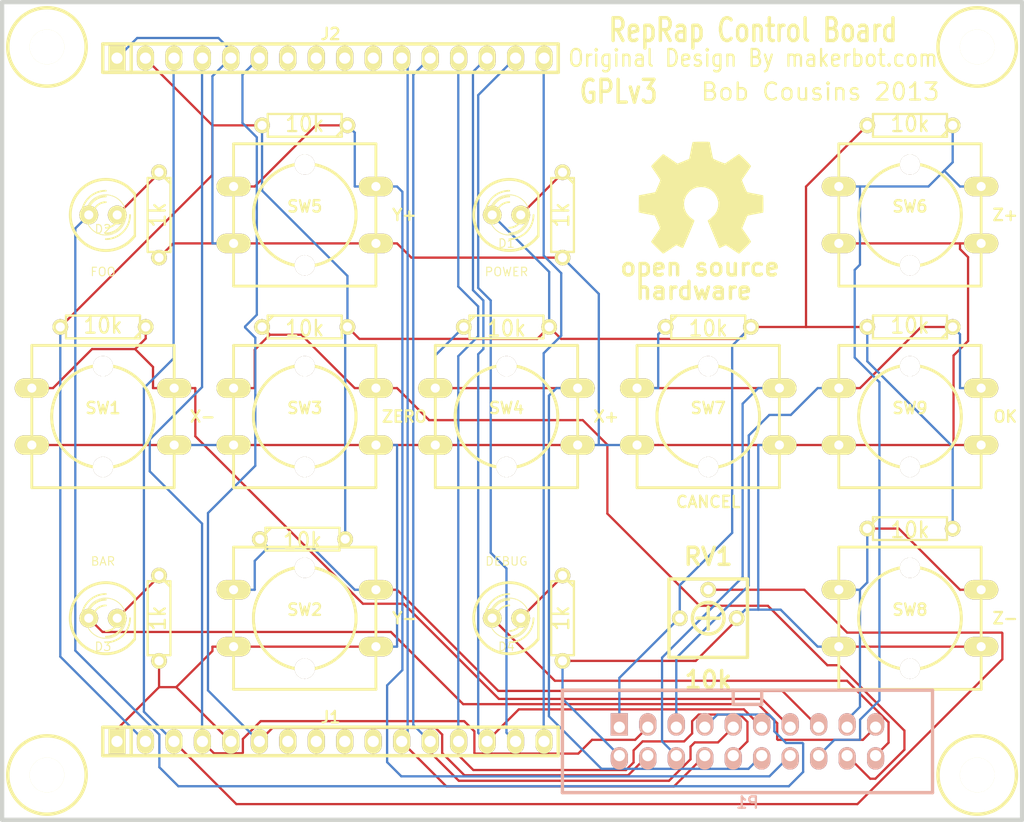
<source format=kicad_pcb>

(kicad_pcb
  (version 20171130)
  (host pcbnew "(5.1.12)-1")
  (general
    (thickness 1.6002)
    (drawings 10)
    (tracks 358)
    (zones 0)
    (modules 35)
    (nets 28))
  (page A4)
  (layers
    (0 Front signal)
    (31 Back signal)
    (32 B.Adhes user hide)
    (33 F.Adhes user hide)
    (34 B.Paste user hide)
    (35 F.Paste user hide)
    (36 B.SilkS user hide)
    (37 F.SilkS user hide)
    (38 B.Mask user hide)
    (39 F.Mask user hide)
    (40 Dwgs.User user hide)
    (41 Cmts.User user hide)
    (42 Eco1.User user hide)
    (43 Eco2.User user hide)
    (44 Edge.Cuts user))
  (setup
    (last_trace_width 0.2032)
    (trace_clearance 0.254)
    (zone_clearance 0.508)
    (zone_45_only no)
    (trace_min 0.2032)
    (via_size 0.889)
    (via_drill 0.635)
    (via_min_size 0.889)
    (via_min_drill 0.508)
    (uvia_size 0.508)
    (uvia_drill 0.127)
    (uvias_allowed no)
    (uvia_min_size 0.508)
    (uvia_min_drill 0.127)
    (edge_width 0.381)
    (segment_width 0.381)
    (pcb_text_width 0.3048)
    (pcb_text_size 1.524 2.032)
    (mod_edge_width 0.3048)
    (mod_text_size 1.524 1.524)
    (mod_text_width 0.3048)
    (pad_size 1.397 1.397)
    (pad_drill 0.8128)
    (pad_to_mask_clearance 0.254)
    (aux_axis_origin 24.00046 179.99964)
    (visible_elements 7FFFFFFF)
    (pcbplotparams
      (layerselection 0x00030_ffffffff)
      (usegerberextensions true)
      (usegerberattributes true)
      (usegerberadvancedattributes true)
      (creategerberjobfile true)
      (excludeedgelayer true)
      (linewidth 0.15)
      (plotframeref false)
      (viasonmask false)
      (mode 1)
      (useauxorigin false)
      (hpglpennumber 1)
      (hpglpenspeed 20)
      (hpglpendiameter 15.0)
      (psnegative false)
      (psa4output false)
      (plotreference true)
      (plotvalue true)
      (plotinvisibletext false)
      (padsonsilk false)
      (subtractmaskfromsilk false)
      (outputformat 1)
      (mirror false)
      (drillshape 1)
      (scaleselection 1)
      (outputdirectory "")))
  (net 0 "")
  (net 1 /B_CANCEL)
  (net 2 /B_OK)
  (net 3 /B_X+)
  (net 4 /B_X-)
  (net 5 /B_Y+)
  (net 6 /B_Y-)
  (net 7 /B_Z+)
  (net 8 /B_Z-)
  (net 9 /B_ZERO)
  (net 10 /LCD_BACKLIGHT+)
  (net 11 /LCD_BACKLIGHT-)
  (net 12 /LCD_CONTRAST)
  (net 13 /LCD_D4)
  (net 14 /LCD_D5)
  (net 15 /LCD_D6)
  (net 16 /LCD_D7)
  (net 17 /LCD_ENABLE)
  (net 18 /LCD_RS)
  (net 19 /LED1)
  (net 20 /LED2)
  (net 21 /LED3)
  (net 22 GND)
  (net 23 N-000023)
  (net 24 N-000024)
  (net 25 N-000026)
  (net 26 N-000027)
  (net 27 VCC)
  (net_class Default "This is the default net class."
    (clearance 0.254)
    (trace_width 0.2032)
    (via_dia 0.889)
    (via_drill 0.635)
    (uvia_dia 0.508)
    (uvia_drill 0.127)
    (add_net /B_CANCEL)
    (add_net /B_OK)
    (add_net /B_X+)
    (add_net /B_X-)
    (add_net /B_Y+)
    (add_net /B_Y-)
    (add_net /B_Z+)
    (add_net /B_Z-)
    (add_net /B_ZERO)
    (add_net /LCD_BACKLIGHT+)
    (add_net /LCD_BACKLIGHT-)
    (add_net /LCD_CONTRAST)
    (add_net /LCD_D4)
    (add_net /LCD_D5)
    (add_net /LCD_D6)
    (add_net /LCD_D7)
    (add_net /LCD_ENABLE)
    (add_net /LCD_RS)
    (add_net /LED1)
    (add_net /LED2)
    (add_net /LED3)
    (add_net GND)
    (add_net N-000023)
    (add_net N-000024)
    (add_net N-000026)
    (add_net N-000027)
    (add_net VCC))
  (module R3
    (layer Front)
    (tedit 4E4C0E65)
    (tstamp 4FB8DCDA)
    (at 105.00106 135.99922 180)
    (descr "Resitance 3 pas")
    (tags R)
    (path /4FB8BEFD)
    (autoplace_cost180 10)
    (fp_text reference R13
      (at 0 0.127 180)
      (layer F.SilkS) hide
      (effects
        (font
          (size 1.397 1.27)
          (thickness 0.2032))))
    (fp_text value 10k
      (at 0 0.127 180)
      (layer F.SilkS)
      (effects
        (font
          (size 1.397 1.27)
          (thickness 0.2032))))
    (fp_line
      (start -3.302 -0.508)
      (end -2.794 -1.016)
      (layer F.SilkS)
      (width 0.2032))
    (fp_line
      (start 3.302 1.016)
      (end 3.302 0)
      (layer F.SilkS)
      (width 0.2032))
    (fp_line
      (start -3.302 1.016)
      (end 3.302 1.016)
      (layer F.SilkS)
      (width 0.2032))
    (fp_line
      (start -3.302 -1.016)
      (end -3.302 1.016)
      (layer F.SilkS)
      (width 0.2032))
    (fp_line
      (start 3.302 -1.016)
      (end -3.302 -1.016)
      (layer F.SilkS)
      (width 0.2032))
    (fp_line
      (start 3.302 0)
      (end 3.302 -1.016)
      (layer F.SilkS)
      (width 0.2032))
    (fp_line
      (start 3.81 0)
      (end 3.302 0)
      (layer F.SilkS)
      (width 0.2032))
    (fp_line
      (start -3.81 0)
      (end -3.302 0)
      (layer F.SilkS)
      (width 0.2032))
    (pad 1 thru_hole circle
      (at -3.81 0 180)
      (size 1.397 1.397)
      (drill 0.8128)
      (layers *.Cu *.Mask F.SilkS)
      (net 2 /B_OK))
    (pad 2 thru_hole circle
      (at 3.81 0 180)
      (size 1.397 1.397)
      (drill 0.8128)
      (layers *.Cu *.Mask F.SilkS)
      (net 27 VCC))
    (model discret/resistor.wrl
      (at
        (xyz 0 0 0))
      (scale
        (xyz 0.3 0.3 0.3))
      (rotate
        (xyz 0 0 0))))
  (module R3
    (layer Front)
    (tedit 4E4C0E65)
    (tstamp 4FB8DCDC)
    (at 74.00036 162.0012 270)
    (descr "Resitance 3 pas")
    (tags R)
    (path /4FB8BB85)
    (autoplace_cost180 10)
    (fp_text reference R12
      (at 0 0.127 270)
      (layer F.SilkS) hide
      (effects
        (font
          (size 1.397 1.27)
          (thickness 0.2032))))
    (fp_text value 1k
      (at 0 0.127 270)
      (layer F.SilkS)
      (effects
        (font
          (size 1.397 1.27)
          (thickness 0.2032))))
    (fp_line
      (start -3.302 -0.508)
      (end -2.794 -1.016)
      (layer F.SilkS)
      (width 0.2032))
    (fp_line
      (start 3.302 1.016)
      (end 3.302 0)
      (layer F.SilkS)
      (width 0.2032))
    (fp_line
      (start -3.302 1.016)
      (end 3.302 1.016)
      (layer F.SilkS)
      (width 0.2032))
    (fp_line
      (start -3.302 -1.016)
      (end -3.302 1.016)
      (layer F.SilkS)
      (width 0.2032))
    (fp_line
      (start 3.302 -1.016)
      (end -3.302 -1.016)
      (layer F.SilkS)
      (width 0.2032))
    (fp_line
      (start 3.302 0)
      (end 3.302 -1.016)
      (layer F.SilkS)
      (width 0.2032))
    (fp_line
      (start 3.81 0)
      (end 3.302 0)
      (layer F.SilkS)
      (width 0.2032))
    (fp_line
      (start -3.81 0)
      (end -3.302 0)
      (layer F.SilkS)
      (width 0.2032))
    (pad 1 thru_hole circle
      (at -3.81 0 270)
      (size 1.397 1.397)
      (drill 0.8128)
      (layers *.Cu *.Mask F.SilkS)
      (net 25 N-000026))
    (pad 2 thru_hole circle
      (at 3.81 0 270)
      (size 1.397 1.397)
      (drill 0.8128)
      (layers *.Cu *.Mask F.SilkS)
      (net 22 GND))
    (model discret/resistor.wrl
      (at
        (xyz 0 0 0))
      (scale
        (xyz 0.3 0.3 0.3))
      (rotate
        (xyz 0 0 0))))
  (module R3
    (layer Front)
    (tedit 4E4C0E65)
    (tstamp 4FB8DCDE)
    (at 105.00106 154.0002)
    (descr "Resitance 3 pas")
    (tags R)
    (path /4FB8BEFE)
    (autoplace_cost180 10)
    (fp_text reference R11
      (at 0 0.127)
      (layer F.SilkS) hide
      (effects
        (font
          (size 1.397 1.27)
          (thickness 0.2032))))
    (fp_text value 10k
      (at 0 0.127)
      (layer F.SilkS)
      (effects
        (font
          (size 1.397 1.27)
          (thickness 0.2032))))
    (fp_line
      (start -3.302 -0.508)
      (end -2.794 -1.016)
      (layer F.SilkS)
      (width 0.2032))
    (fp_line
      (start 3.302 1.016)
      (end 3.302 0)
      (layer F.SilkS)
      (width 0.2032))
    (fp_line
      (start -3.302 1.016)
      (end 3.302 1.016)
      (layer F.SilkS)
      (width 0.2032))
    (fp_line
      (start -3.302 -1.016)
      (end -3.302 1.016)
      (layer F.SilkS)
      (width 0.2032))
    (fp_line
      (start 3.302 -1.016)
      (end -3.302 -1.016)
      (layer F.SilkS)
      (width 0.2032))
    (fp_line
      (start 3.302 0)
      (end 3.302 -1.016)
      (layer F.SilkS)
      (width 0.2032))
    (fp_line
      (start 3.81 0)
      (end 3.302 0)
      (layer F.SilkS)
      (width 0.2032))
    (fp_line
      (start -3.81 0)
      (end -3.302 0)
      (layer F.SilkS)
      (width 0.2032))
    (pad 1 thru_hole circle
      (at -3.81 0)
      (size 1.397 1.397)
      (drill 0.8128)
      (layers *.Cu *.Mask F.SilkS)
      (net 8 /B_Z-))
    (pad 2 thru_hole circle
      (at 3.81 0)
      (size 1.397 1.397)
      (drill 0.8128)
      (layers *.Cu *.Mask F.SilkS)
      (net 27 VCC))
    (model discret/resistor.wrl
      (at
        (xyz 0 0 0))
      (scale
        (xyz 0.3 0.3 0.3))
      (rotate
        (xyz 0 0 0))))
  (module R3
    (layer Front)
    (tedit 4E4C0E65)
    (tstamp 4FB8DCE0)
    (at 38.00094 162.0012 270)
    (descr "Resitance 3 pas")
    (tags R)
    (path /4FB8BB83)
    (autoplace_cost180 10)
    (fp_text reference R10
      (at 0 0.127 270)
      (layer F.SilkS) hide
      (effects
        (font
          (size 1.397 1.27)
          (thickness 0.2032))))
    (fp_text value 1k
      (at 0 0.127 270)
      (layer F.SilkS)
      (effects
        (font
          (size 1.397 1.27)
          (thickness 0.2032))))
    (fp_line
      (start -3.302 -0.508)
      (end -2.794 -1.016)
      (layer F.SilkS)
      (width 0.2032))
    (fp_line
      (start 3.302 1.016)
      (end 3.302 0)
      (layer F.SilkS)
      (width 0.2032))
    (fp_line
      (start -3.302 1.016)
      (end 3.302 1.016)
      (layer F.SilkS)
      (width 0.2032))
    (fp_line
      (start -3.302 -1.016)
      (end -3.302 1.016)
      (layer F.SilkS)
      (width 0.2032))
    (fp_line
      (start 3.302 -1.016)
      (end -3.302 -1.016)
      (layer F.SilkS)
      (width 0.2032))
    (fp_line
      (start 3.302 0)
      (end 3.302 -1.016)
      (layer F.SilkS)
      (width 0.2032))
    (fp_line
      (start 3.81 0)
      (end 3.302 0)
      (layer F.SilkS)
      (width 0.2032))
    (fp_line
      (start -3.81 0)
      (end -3.302 0)
      (layer F.SilkS)
      (width 0.2032))
    (pad 1 thru_hole circle
      (at -3.81 0 270)
      (size 1.397 1.397)
      (drill 0.8128)
      (layers *.Cu *.Mask F.SilkS)
      (net 26 N-000027))
    (pad 2 thru_hole circle
      (at 3.81 0 270)
      (size 1.397 1.397)
      (drill 0.8128)
      (layers *.Cu *.Mask F.SilkS)
      (net 22 GND))
    (model discret/resistor.wrl
      (at
        (xyz 0 0 0))
      (scale
        (xyz 0.3 0.3 0.3))
      (rotate
        (xyz 0 0 0))))
  (module R3
    (layer Front)
    (tedit 4E4C0E65)
    (tstamp 4FB8DCE2)
    (at 32.99968 135.99922 180)
    (descr "Resitance 3 pas")
    (tags R)
    (path /4FB8BD6A)
    (autoplace_cost180 10)
    (fp_text reference R1
      (at 0 0.127 180)
      (layer F.SilkS) hide
      (effects
        (font
          (size 1.397 1.27)
          (thickness 0.2032))))
    (fp_text value 10k
      (at 0 0.127 180)
      (layer F.SilkS)
      (effects
        (font
          (size 1.397 1.27)
          (thickness 0.2032))))
    (fp_line
      (start -3.302 -0.508)
      (end -2.794 -1.016)
      (layer F.SilkS)
      (width 0.2032))
    (fp_line
      (start 3.302 1.016)
      (end 3.302 0)
      (layer F.SilkS)
      (width 0.2032))
    (fp_line
      (start -3.302 1.016)
      (end 3.302 1.016)
      (layer F.SilkS)
      (width 0.2032))
    (fp_line
      (start -3.302 -1.016)
      (end -3.302 1.016)
      (layer F.SilkS)
      (width 0.2032))
    (fp_line
      (start 3.302 -1.016)
      (end -3.302 -1.016)
      (layer F.SilkS)
      (width 0.2032))
    (fp_line
      (start 3.302 0)
      (end 3.302 -1.016)
      (layer F.SilkS)
      (width 0.2032))
    (fp_line
      (start 3.81 0)
      (end 3.302 0)
      (layer F.SilkS)
      (width 0.2032))
    (fp_line
      (start -3.81 0)
      (end -3.302 0)
      (layer F.SilkS)
      (width 0.2032))
    (pad 1 thru_hole circle
      (at -3.81 0 180)
      (size 1.397 1.397)
      (drill 0.8128)
      (layers *.Cu *.Mask F.SilkS)
      (net 4 /B_X-))
    (pad 2 thru_hole circle
      (at 3.81 0 180)
      (size 1.397 1.397)
      (drill 0.8128)
      (layers *.Cu *.Mask F.SilkS)
      (net 27 VCC))
    (model discret/resistor.wrl
      (at
        (xyz 0 0 0))
      (scale
        (xyz 0.3 0.3 0.3))
      (rotate
        (xyz 0 0 0))))
  (module R3
    (layer Front)
    (tedit 4E4C0E65)
    (tstamp 4FB8DCE4)
    (at 50.8 154.94)
    (descr "Resitance 3 pas")
    (tags R)
    (path /4FB8BE16)
    (autoplace_cost180 10)
    (fp_text reference R2
      (at 0 0.127)
      (layer F.SilkS) hide
      (effects
        (font
          (size 1.397 1.27)
          (thickness 0.2032))))
    (fp_text value 10k
      (at 0 0.127)
      (layer F.SilkS)
      (effects
        (font
          (size 1.397 1.27)
          (thickness 0.2032))))
    (fp_line
      (start -3.302 -0.508)
      (end -2.794 -1.016)
      (layer F.SilkS)
      (width 0.2032))
    (fp_line
      (start 3.302 1.016)
      (end 3.302 0)
      (layer F.SilkS)
      (width 0.2032))
    (fp_line
      (start -3.302 1.016)
      (end 3.302 1.016)
      (layer F.SilkS)
      (width 0.2032))
    (fp_line
      (start -3.302 -1.016)
      (end -3.302 1.016)
      (layer F.SilkS)
      (width 0.2032))
    (fp_line
      (start 3.302 -1.016)
      (end -3.302 -1.016)
      (layer F.SilkS)
      (width 0.2032))
    (fp_line
      (start 3.302 0)
      (end 3.302 -1.016)
      (layer F.SilkS)
      (width 0.2032))
    (fp_line
      (start 3.81 0)
      (end 3.302 0)
      (layer F.SilkS)
      (width 0.2032))
    (fp_line
      (start -3.81 0)
      (end -3.302 0)
      (layer F.SilkS)
      (width 0.2032))
    (pad 1 thru_hole circle
      (at -3.81 0)
      (size 1.397 1.397)
      (drill 0.8128)
      (layers *.Cu *.Mask F.SilkS)
      (net 6 /B_Y-))
    (pad 2 thru_hole circle
      (at 3.81 0)
      (size 1.397 1.397)
      (drill 0.8128)
      (layers *.Cu *.Mask F.SilkS)
      (net 27 VCC))
    (model discret/resistor.wrl
      (at
        (xyz 0 0 0))
      (scale
        (xyz 0.3 0.3 0.3))
      (rotate
        (xyz 0 0 0))))
  (module R3
    (layer Front)
    (tedit 4E4C0E65)
    (tstamp 4FB8DCE6)
    (at 51.00066 135.99922)
    (descr "Resitance 3 pas")
    (tags R)
    (path /4FB8BE19)
    (autoplace_cost180 10)
    (fp_text reference R3
      (at 0 0.127)
      (layer F.SilkS) hide
      (effects
        (font
          (size 1.397 1.27)
          (thickness 0.2032))))
    (fp_text value 10k
      (at 0 0.127)
      (layer F.SilkS)
      (effects
        (font
          (size 1.397 1.27)
          (thickness 0.2032))))
    (fp_line
      (start -3.302 -0.508)
      (end -2.794 -1.016)
      (layer F.SilkS)
      (width 0.2032))
    (fp_line
      (start 3.302 1.016)
      (end 3.302 0)
      (layer F.SilkS)
      (width 0.2032))
    (fp_line
      (start -3.302 1.016)
      (end 3.302 1.016)
      (layer F.SilkS)
      (width 0.2032))
    (fp_line
      (start -3.302 -1.016)
      (end -3.302 1.016)
      (layer F.SilkS)
      (width 0.2032))
    (fp_line
      (start 3.302 -1.016)
      (end -3.302 -1.016)
      (layer F.SilkS)
      (width 0.2032))
    (fp_line
      (start 3.302 0)
      (end 3.302 -1.016)
      (layer F.SilkS)
      (width 0.2032))
    (fp_line
      (start 3.81 0)
      (end 3.302 0)
      (layer F.SilkS)
      (width 0.2032))
    (fp_line
      (start -3.81 0)
      (end -3.302 0)
      (layer F.SilkS)
      (width 0.2032))
    (pad 1 thru_hole circle
      (at -3.81 0)
      (size 1.397 1.397)
      (drill 0.8128)
      (layers *.Cu *.Mask F.SilkS)
      (net 9 /B_ZERO))
    (pad 2 thru_hole circle
      (at 3.81 0)
      (size 1.397 1.397)
      (drill 0.8128)
      (layers *.Cu *.Mask F.SilkS)
      (net 27 VCC))
    (model discret/resistor.wrl
      (at
        (xyz 0 0 0))
      (scale
        (xyz 0.3 0.3 0.3))
      (rotate
        (xyz 0 0 0))))
  (module R3
    (layer Front)
    (tedit 4E4C0E65)
    (tstamp 4FB8DCE8)
    (at 68.9991 135.99922)
    (descr "Resitance 3 pas")
    (tags R)
    (path /4FB8BE20)
    (autoplace_cost180 10)
    (fp_text reference R4
      (at 0 0.127)
      (layer F.SilkS) hide
      (effects
        (font
          (size 1.397 1.27)
          (thickness 0.2032))))
    (fp_text value 10k
      (at 0 0.127)
      (layer F.SilkS)
      (effects
        (font
          (size 1.397 1.27)
          (thickness 0.2032))))
    (fp_line
      (start -3.302 -0.508)
      (end -2.794 -1.016)
      (layer F.SilkS)
      (width 0.2032))
    (fp_line
      (start 3.302 1.016)
      (end 3.302 0)
      (layer F.SilkS)
      (width 0.2032))
    (fp_line
      (start -3.302 1.016)
      (end 3.302 1.016)
      (layer F.SilkS)
      (width 0.2032))
    (fp_line
      (start -3.302 -1.016)
      (end -3.302 1.016)
      (layer F.SilkS)
      (width 0.2032))
    (fp_line
      (start 3.302 -1.016)
      (end -3.302 -1.016)
      (layer F.SilkS)
      (width 0.2032))
    (fp_line
      (start 3.302 0)
      (end 3.302 -1.016)
      (layer F.SilkS)
      (width 0.2032))
    (fp_line
      (start 3.81 0)
      (end 3.302 0)
      (layer F.SilkS)
      (width 0.2032))
    (fp_line
      (start -3.81 0)
      (end -3.302 0)
      (layer F.SilkS)
      (width 0.2032))
    (pad 1 thru_hole circle
      (at -3.81 0)
      (size 1.397 1.397)
      (drill 0.8128)
      (layers *.Cu *.Mask F.SilkS)
      (net 3 /B_X+))
    (pad 2 thru_hole circle
      (at 3.81 0)
      (size 1.397 1.397)
      (drill 0.8128)
      (layers *.Cu *.Mask F.SilkS)
      (net 27 VCC))
    (model discret/resistor.wrl
      (at
        (xyz 0 0 0))
      (scale
        (xyz 0.3 0.3 0.3))
      (rotate
        (xyz 0 0 0))))
  (module R3
    (layer Front)
    (tedit 4E4C0E65)
    (tstamp 4FB8DCEA)
    (at 51.00066 118.00078 180)
    (descr "Resitance 3 pas")
    (tags R)
    (path /4FB8BE22)
    (autoplace_cost180 10)
    (fp_text reference R5
      (at 0 0.127 180)
      (layer F.SilkS) hide
      (effects
        (font
          (size 1.397 1.27)
          (thickness 0.2032))))
    (fp_text value 10k
      (at 0 0.127 180)
      (layer F.SilkS)
      (effects
        (font
          (size 1.397 1.27)
          (thickness 0.2032))))
    (fp_line
      (start -3.302 -0.508)
      (end -2.794 -1.016)
      (layer F.SilkS)
      (width 0.2032))
    (fp_line
      (start 3.302 1.016)
      (end 3.302 0)
      (layer F.SilkS)
      (width 0.2032))
    (fp_line
      (start -3.302 1.016)
      (end 3.302 1.016)
      (layer F.SilkS)
      (width 0.2032))
    (fp_line
      (start -3.302 -1.016)
      (end -3.302 1.016)
      (layer F.SilkS)
      (width 0.2032))
    (fp_line
      (start 3.302 -1.016)
      (end -3.302 -1.016)
      (layer F.SilkS)
      (width 0.2032))
    (fp_line
      (start 3.302 0)
      (end 3.302 -1.016)
      (layer F.SilkS)
      (width 0.2032))
    (fp_line
      (start 3.81 0)
      (end 3.302 0)
      (layer F.SilkS)
      (width 0.2032))
    (fp_line
      (start -3.81 0)
      (end -3.302 0)
      (layer F.SilkS)
      (width 0.2032))
    (pad 1 thru_hole circle
      (at -3.81 0 180)
      (size 1.397 1.397)
      (drill 0.8128)
      (layers *.Cu *.Mask F.SilkS)
      (net 5 /B_Y+))
    (pad 2 thru_hole circle
      (at 3.81 0 180)
      (size 1.397 1.397)
      (drill 0.8128)
      (layers *.Cu *.Mask F.SilkS)
      (net 27 VCC))
    (model discret/resistor.wrl
      (at
        (xyz 0 0 0))
      (scale
        (xyz 0.3 0.3 0.3))
      (rotate
        (xyz 0 0 0))))
  (module R3
    (layer Front)
    (tedit 4E4C0E65)
    (tstamp 4FB8DCEC)
    (at 74.00036 125.99924 270)
    (descr "Resitance 3 pas")
    (tags R)
    (path /4FB8BB25)
    (autoplace_cost180 10)
    (fp_text reference R6
      (at 0 0.127 270)
      (layer F.SilkS) hide
      (effects
        (font
          (size 1.397 1.27)
          (thickness 0.2032))))
    (fp_text value 1k
      (at 0 0.127 270)
      (layer F.SilkS)
      (effects
        (font
          (size 1.397 1.27)
          (thickness 0.2032))))
    (fp_line
      (start -3.302 -0.508)
      (end -2.794 -1.016)
      (layer F.SilkS)
      (width 0.2032))
    (fp_line
      (start 3.302 1.016)
      (end 3.302 0)
      (layer F.SilkS)
      (width 0.2032))
    (fp_line
      (start -3.302 1.016)
      (end 3.302 1.016)
      (layer F.SilkS)
      (width 0.2032))
    (fp_line
      (start -3.302 -1.016)
      (end -3.302 1.016)
      (layer F.SilkS)
      (width 0.2032))
    (fp_line
      (start 3.302 -1.016)
      (end -3.302 -1.016)
      (layer F.SilkS)
      (width 0.2032))
    (fp_line
      (start 3.302 0)
      (end 3.302 -1.016)
      (layer F.SilkS)
      (width 0.2032))
    (fp_line
      (start 3.81 0)
      (end 3.302 0)
      (layer F.SilkS)
      (width 0.2032))
    (fp_line
      (start -3.81 0)
      (end -3.302 0)
      (layer F.SilkS)
      (width 0.2032))
    (pad 1 thru_hole circle
      (at -3.81 0 270)
      (size 1.397 1.397)
      (drill 0.8128)
      (layers *.Cu *.Mask F.SilkS)
      (net 24 N-000024))
    (pad 2 thru_hole circle
      (at 3.81 0 270)
      (size 1.397 1.397)
      (drill 0.8128)
      (layers *.Cu *.Mask F.SilkS)
      (net 22 GND))
    (model discret/resistor.wrl
      (at
        (xyz 0 0 0))
      (scale
        (xyz 0.3 0.3 0.3))
      (rotate
        (xyz 0 0 0))))
  (module R3
    (layer Front)
    (tedit 4E4C0E65)
    (tstamp 4FB8DCEE)
    (at 105.00106 118.00078 180)
    (descr "Resitance 3 pas")
    (tags R)
    (path /4FB8BF00)
    (autoplace_cost180 10)
    (fp_text reference R7
      (at 0 0.127 180)
      (layer F.SilkS) hide
      (effects
        (font
          (size 1.397 1.27)
          (thickness 0.2032))))
    (fp_text value 10k
      (at 0 0.127 180)
      (layer F.SilkS)
      (effects
        (font
          (size 1.397 1.27)
          (thickness 0.2032))))
    (fp_line
      (start -3.302 -0.508)
      (end -2.794 -1.016)
      (layer F.SilkS)
      (width 0.2032))
    (fp_line
      (start 3.302 1.016)
      (end 3.302 0)
      (layer F.SilkS)
      (width 0.2032))
    (fp_line
      (start -3.302 1.016)
      (end 3.302 1.016)
      (layer F.SilkS)
      (width 0.2032))
    (fp_line
      (start -3.302 -1.016)
      (end -3.302 1.016)
      (layer F.SilkS)
      (width 0.2032))
    (fp_line
      (start 3.302 -1.016)
      (end -3.302 -1.016)
      (layer F.SilkS)
      (width 0.2032))
    (fp_line
      (start 3.302 0)
      (end 3.302 -1.016)
      (layer F.SilkS)
      (width 0.2032))
    (fp_line
      (start 3.81 0)
      (end 3.302 0)
      (layer F.SilkS)
      (width 0.2032))
    (fp_line
      (start -3.81 0)
      (end -3.302 0)
      (layer F.SilkS)
      (width 0.2032))
    (pad 1 thru_hole circle
      (at -3.81 0 180)
      (size 1.397 1.397)
      (drill 0.8128)
      (layers *.Cu *.Mask F.SilkS)
      (net 7 /B_Z+))
    (pad 2 thru_hole circle
      (at 3.81 0 180)
      (size 1.397 1.397)
      (drill 0.8128)
      (layers *.Cu *.Mask F.SilkS)
      (net 27 VCC))
    (model discret/resistor.wrl
      (at
        (xyz 0 0 0))
      (scale
        (xyz 0.3 0.3 0.3))
      (rotate
        (xyz 0 0 0))))
  (module R3
    (layer Front)
    (tedit 4E4C0E65)
    (tstamp 4FB8DCF0)
    (at 38.00094 125.99924 270)
    (descr "Resitance 3 pas")
    (tags R)
    (path /4FB8BB7F)
    (autoplace_cost180 10)
    (fp_text reference R8
      (at 0 0.127 270)
      (layer F.SilkS) hide
      (effects
        (font
          (size 1.397 1.27)
          (thickness 0.2032))))
    (fp_text value 1k
      (at 0 0.127 270)
      (layer F.SilkS)
      (effects
        (font
          (size 1.397 1.27)
          (thickness 0.2032))))
    (fp_line
      (start -3.302 -0.508)
      (end -2.794 -1.016)
      (layer F.SilkS)
      (width 0.2032))
    (fp_line
      (start 3.302 1.016)
      (end 3.302 0)
      (layer F.SilkS)
      (width 0.2032))
    (fp_line
      (start -3.302 1.016)
      (end 3.302 1.016)
      (layer F.SilkS)
      (width 0.2032))
    (fp_line
      (start -3.302 -1.016)
      (end -3.302 1.016)
      (layer F.SilkS)
      (width 0.2032))
    (fp_line
      (start 3.302 -1.016)
      (end -3.302 -1.016)
      (layer F.SilkS)
      (width 0.2032))
    (fp_line
      (start 3.302 0)
      (end 3.302 -1.016)
      (layer F.SilkS)
      (width 0.2032))
    (fp_line
      (start 3.81 0)
      (end 3.302 0)
      (layer F.SilkS)
      (width 0.2032))
    (fp_line
      (start -3.81 0)
      (end -3.302 0)
      (layer F.SilkS)
      (width 0.2032))
    (pad 1 thru_hole circle
      (at -3.81 0 270)
      (size 1.397 1.397)
      (drill 0.8128)
      (layers *.Cu *.Mask F.SilkS)
      (net 23 N-000023))
    (pad 2 thru_hole circle
      (at 3.81 0 270)
      (size 1.397 1.397)
      (drill 0.8128)
      (layers *.Cu *.Mask F.SilkS)
      (net 22 GND))
    (model discret/resistor.wrl
      (at
        (xyz 0 0 0))
      (scale
        (xyz 0.3 0.3 0.3))
      (rotate
        (xyz 0 0 0))))
  (module R3
    (layer Front)
    (tedit 4E4C0E65)
    (tstamp 4FB8DCF2)
    (at 87.00008 135.99922)
    (descr "Resitance 3 pas")
    (tags R)
    (path /4FB8BEFF)
    (autoplace_cost180 10)
    (fp_text reference R9
      (at 0 0.127)
      (layer F.SilkS) hide
      (effects
        (font
          (size 1.397 1.27)
          (thickness 0.2032))))
    (fp_text value 10k
      (at 0 0.127)
      (layer F.SilkS)
      (effects
        (font
          (size 1.397 1.27)
          (thickness 0.2032))))
    (fp_line
      (start -3.302 -0.508)
      (end -2.794 -1.016)
      (layer F.SilkS)
      (width 0.2032))
    (fp_line
      (start 3.302 1.016)
      (end 3.302 0)
      (layer F.SilkS)
      (width 0.2032))
    (fp_line
      (start -3.302 1.016)
      (end 3.302 1.016)
      (layer F.SilkS)
      (width 0.2032))
    (fp_line
      (start -3.302 -1.016)
      (end -3.302 1.016)
      (layer F.SilkS)
      (width 0.2032))
    (fp_line
      (start 3.302 -1.016)
      (end -3.302 -1.016)
      (layer F.SilkS)
      (width 0.2032))
    (fp_line
      (start 3.302 0)
      (end 3.302 -1.016)
      (layer F.SilkS)
      (width 0.2032))
    (fp_line
      (start 3.81 0)
      (end 3.302 0)
      (layer F.SilkS)
      (width 0.2032))
    (fp_line
      (start -3.81 0)
      (end -3.302 0)
      (layer F.SilkS)
      (width 0.2032))
    (pad 1 thru_hole circle
      (at -3.81 0)
      (size 1.397 1.397)
      (drill 0.8128)
      (layers *.Cu *.Mask F.SilkS)
      (net 1 /B_CANCEL))
    (pad 2 thru_hole circle
      (at 3.81 0)
      (size 1.397 1.397)
      (drill 0.8128)
      (layers *.Cu *.Mask F.SilkS)
      (net 27 VCC))
    (model discret/resistor.wrl
      (at
        (xyz 0 0 0))
      (scale
        (xyz 0.3 0.3 0.3))
      (rotate
        (xyz 0 0 0))))
  (module LED-5MM
    (layer Front)
    (tedit 51D03CED)
    (tstamp 4FB8DCF3)
    (at 68.9991 125.99924)
    (descr "LED 5mm - Lead pitch 100mil (2,54mm)")
    (tags "LED led 5mm 5MM 100mil 2,54mm")
    (path /4FB8B9BC)
    (fp_text reference D1
      (at 0 2.54)
      (layer F.SilkS)
      (effects
        (font
          (size 0.762 0.762)
          (thickness 0.0889))))
    (fp_text value POWER
      (at 0 5.08)
      (layer F.SilkS)
      (effects
        (font
          (size 0.762 0.762)
          (thickness 0.0889))))
    (fp_circle
      (center 0.254 0)
      (end -1.016 1.27)
      (layer F.SilkS)
      (width 0.0762))
    (fp_line
      (start 2.8448 1.905)
      (end 2.8448 -1.905)
      (layer F.SilkS)
      (width 0.2032))
    (fp_arc
      (start 0.254 0)
      (end 2.794 1.905)
      (angle 286.2)
      (layer F.SilkS)
      (width 0.254))
    (fp_arc
      (start 0.254 0)
      (end -0.889 0)
      (angle 90)
      (layer F.SilkS)
      (width 0.1524))
    (fp_arc
      (start 0.254 0)
      (end 1.397 0)
      (angle 90)
      (layer F.SilkS)
      (width 0.1524))
    (fp_arc
      (start 0.254 0)
      (end -1.397 0)
      (angle 90)
      (layer F.SilkS)
      (width 0.1524))
    (fp_arc
      (start 0.254 0)
      (end 1.905 0)
      (angle 90)
      (layer F.SilkS)
      (width 0.1524))
    (fp_arc
      (start 0.254 0)
      (end -1.905 0)
      (angle 90)
      (layer F.SilkS)
      (width 0.1524))
    (fp_arc
      (start 0.254 0)
      (end 2.413 0)
      (angle 90)
      (layer F.SilkS)
      (width 0.1524))
    (pad 1 thru_hole circle
      (at -1.27 0)
      (size 1.6764 1.6764)
      (drill 0.8128)
      (layers *.Cu F.Paste F.SilkS F.Mask)
      (net 27 VCC))
    (pad 2 thru_hole circle
      (at 1.27 0)
      (size 1.6764 1.6764)
      (drill 0.8128)
      (layers *.Cu F.Paste F.SilkS F.Mask)
      (net 24 N-000024))
    (model discret/leds/led5_vertical_verde.wrl
      (at
        (xyz 0 0 0))
      (scale
        (xyz 1 1 1))
      (rotate
        (xyz 0 0 0))))
  (module LED-5MM
    (layer Front)
    (tedit 51D03CDF)
    (tstamp 4FB8DCF5)
    (at 68.9991 162.0012)
    (descr "LED 5mm - Lead pitch 100mil (2,54mm)")
    (tags "LED led 5mm 5MM 100mil 2,54mm")
    (path /4FB8B9C5)
    (fp_text reference D4
      (at 0 2.54)
      (layer F.SilkS)
      (effects
        (font
          (size 0.762 0.762)
          (thickness 0.0889))))
    (fp_text value DEBUG
      (at 0 -5.08)
      (layer F.SilkS)
      (effects
        (font
          (size 0.762 0.762)
          (thickness 0.0889))))
    (fp_circle
      (center 0.254 0)
      (end -1.016 1.27)
      (layer F.SilkS)
      (width 0.0762))
    (fp_line
      (start 2.8448 1.905)
      (end 2.8448 -1.905)
      (layer F.SilkS)
      (width 0.2032))
    (fp_arc
      (start 0.254 0)
      (end 2.794 1.905)
      (angle 286.2)
      (layer F.SilkS)
      (width 0.254))
    (fp_arc
      (start 0.254 0)
      (end -0.889 0)
      (angle 90)
      (layer F.SilkS)
      (width 0.1524))
    (fp_arc
      (start 0.254 0)
      (end 1.397 0)
      (angle 90)
      (layer F.SilkS)
      (width 0.1524))
    (fp_arc
      (start 0.254 0)
      (end -1.397 0)
      (angle 90)
      (layer F.SilkS)
      (width 0.1524))
    (fp_arc
      (start 0.254 0)
      (end 1.905 0)
      (angle 90)
      (layer F.SilkS)
      (width 0.1524))
    (fp_arc
      (start 0.254 0)
      (end -1.905 0)
      (angle 90)
      (layer F.SilkS)
      (width 0.1524))
    (fp_arc
      (start 0.254 0)
      (end 2.413 0)
      (angle 90)
      (layer F.SilkS)
      (width 0.1524))
    (pad 1 thru_hole circle
      (at -1.27 0)
      (size 1.6764 1.6764)
      (drill 0.8128)
      (layers *.Cu F.Paste F.SilkS F.Mask)
      (net 21 /LED3))
    (pad 2 thru_hole circle
      (at 1.27 0)
      (size 1.6764 1.6764)
      (drill 0.8128)
      (layers *.Cu F.Paste F.SilkS F.Mask)
      (net 25 N-000026))
    (model discret/leds/led5_vertical_verde.wrl
      (at
        (xyz 0 0 0))
      (scale
        (xyz 1 1 1))
      (rotate
        (xyz 0 0 0))))
  (module LED-5MM
    (layer Front)
    (tedit 51D03CE5)
    (tstamp 4FB8DCF7)
    (at 32.99968 162.0012)
    (descr "LED 5mm - Lead pitch 100mil (2,54mm)")
    (tags "LED led 5mm 5MM 100mil 2,54mm")
    (path /4FB8B9C3)
    (fp_text reference D3
      (at 0 2.54)
      (layer F.SilkS)
      (effects
        (font
          (size 0.762 0.762)
          (thickness 0.0889))))
    (fp_text value BAR
      (at 0 -5.08)
      (layer F.SilkS)
      (effects
        (font
          (size 0.762 0.762)
          (thickness 0.0889))))
    (fp_circle
      (center 0.254 0)
      (end -1.016 1.27)
      (layer F.SilkS)
      (width 0.0762))
    (fp_line
      (start 2.8448 1.905)
      (end 2.8448 -1.905)
      (layer F.SilkS)
      (width 0.2032))
    (fp_arc
      (start 0.254 0)
      (end 2.794 1.905)
      (angle 286.2)
      (layer F.SilkS)
      (width 0.254))
    (fp_arc
      (start 0.254 0)
      (end -0.889 0)
      (angle 90)
      (layer F.SilkS)
      (width 0.1524))
    (fp_arc
      (start 0.254 0)
      (end 1.397 0)
      (angle 90)
      (layer F.SilkS)
      (width 0.1524))
    (fp_arc
      (start 0.254 0)
      (end -1.397 0)
      (angle 90)
      (layer F.SilkS)
      (width 0.1524))
    (fp_arc
      (start 0.254 0)
      (end 1.905 0)
      (angle 90)
      (layer F.SilkS)
      (width 0.1524))
    (fp_arc
      (start 0.254 0)
      (end -1.905 0)
      (angle 90)
      (layer F.SilkS)
      (width 0.1524))
    (fp_arc
      (start 0.254 0)
      (end 2.413 0)
      (angle 90)
      (layer F.SilkS)
      (width 0.1524))
    (pad 1 thru_hole circle
      (at -1.27 0)
      (size 1.6764 1.6764)
      (drill 0.8128)
      (layers *.Cu F.Paste F.SilkS F.Mask)
      (net 20 /LED2))
    (pad 2 thru_hole circle
      (at 1.27 0)
      (size 1.6764 1.6764)
      (drill 0.8128)
      (layers *.Cu F.Paste F.SilkS F.Mask)
      (net 26 N-000027))
    (model discret/leds/led5_vertical_verde.wrl
      (at
        (xyz 0 0 0))
      (scale
        (xyz 1 1 1))
      (rotate
        (xyz 0 0 0))))
  (module LED-5MM
    (layer Front)
    (tedit 51D03CEB)
    (tstamp 4FB8DCF9)
    (at 32.99968 125.99924)
    (descr "LED 5mm - Lead pitch 100mil (2,54mm)")
    (tags "LED led 5mm 5MM 100mil 2,54mm")
    (path /4FB8B9BF)
    (fp_text reference D2
      (at 0 1.27)
      (layer F.SilkS)
      (effects
        (font
          (size 0.762 0.762)
          (thickness 0.0889))))
    (fp_text value FOO
      (at 0 5.08)
      (layer F.SilkS)
      (effects
        (font
          (size 0.762 0.762)
          (thickness 0.0889))))
    (fp_circle
      (center 0.254 0)
      (end -1.016 1.27)
      (layer F.SilkS)
      (width 0.0762))
    (fp_line
      (start 2.8448 1.905)
      (end 2.8448 -1.905)
      (layer F.SilkS)
      (width 0.2032))
    (fp_arc
      (start 0.254 0)
      (end 2.794 1.905)
      (angle 286.2)
      (layer F.SilkS)
      (width 0.254))
    (fp_arc
      (start 0.254 0)
      (end -0.889 0)
      (angle 90)
      (layer F.SilkS)
      (width 0.1524))
    (fp_arc
      (start 0.254 0)
      (end 1.397 0)
      (angle 90)
      (layer F.SilkS)
      (width 0.1524))
    (fp_arc
      (start 0.254 0)
      (end -1.397 0)
      (angle 90)
      (layer F.SilkS)
      (width 0.1524))
    (fp_arc
      (start 0.254 0)
      (end 1.905 0)
      (angle 90)
      (layer F.SilkS)
      (width 0.1524))
    (fp_arc
      (start 0.254 0)
      (end -1.905 0)
      (angle 90)
      (layer F.SilkS)
      (width 0.1524))
    (fp_arc
      (start 0.254 0)
      (end 2.413 0)
      (angle 90)
      (layer F.SilkS)
      (width 0.1524))
    (pad 1 thru_hole circle
      (at -1.27 0)
      (size 1.6764 1.6764)
      (drill 0.8128)
      (layers *.Cu F.Paste F.SilkS F.Mask)
      (net 19 /LED1))
    (pad 2 thru_hole circle
      (at 1.27 0)
      (size 1.6764 1.6764)
      (drill 0.8128)
      (layers *.Cu F.Paste F.SilkS F.Mask)
      (net 23 N-000023))
    (model discret/leds/led5_vertical_verde.wrl
      (at
        (xyz 0 0 0))
      (scale
        (xyz 1 1 1))
      (rotate
        (xyz 0 0 0))))
  (module HOLE_M3
    (layer Front)
    (tedit 4FB8F0FE)
    (tstamp 4FB8F05E)
    (at 111.00054 111.00054)
    (descr "Mounting hole 3mm")
    (tags MOUNT)
    (path HOLE_M3)
    (fp_text reference HOLE_M32
      (at 0 -5.4991)
      (layer F.SilkS) hide
      (effects
        (font
          (size 1.016 1.016)
          (thickness 0.254))))
    (fp_text value P***
      (at 0 6.49986)
      (layer F.SilkS) hide
      (effects
        (font
          (size 1.016 1.016)
          (thickness 0.254))))
    (fp_circle
      (center 0 0)
      (end 3.50012 0)
      (layer F.SilkS)
      (width 0.3048))
    (pad "" np_thru_hole circle
      (at 0 0)
      (size 3.0988 3.0988)
      (drill 3.0988)
      (layers *.Cu F.SilkS)))
  (module HOLE_M3
    (layer Front)
    (tedit 4FB8F0F8)
    (tstamp 4FB8F065)
    (at 28.00096 111.00054)
    (descr "Mounting hole 3mm")
    (tags MOUNT)
    (path HOLE_M3)
    (fp_text reference HOLE_M31
      (at 0 -5.4991)
      (layer F.SilkS) hide
      (effects
        (font
          (size 1.016 1.016)
          (thickness 0.254))))
    (fp_text value P***
      (at 0 6.49986)
      (layer F.SilkS) hide
      (effects
        (font
          (size 1.016 1.016)
          (thickness 0.254))))
    (fp_circle
      (center 0 0)
      (end 3.50012 0)
      (layer F.SilkS)
      (width 0.3048))
    (pad "" np_thru_hole circle
      (at 0 0)
      (size 3.0988 3.0988)
      (drill 3.0988)
      (layers *.Cu F.SilkS))
    (model ..\KiCAD_Libraries\packages3d\rmc\pcb_blank\pcb_green.wrl
      (offset
        (xyz 41.90999937057495 -33.01999950408936 -0.7619999885559082))
      (scale
        (xyz 9.1 7.3 0.9))
      (rotate
        (xyz 0 0 0))))
  (module HOLE_M3
    (layer Front)
    (tedit 4FB8F107)
    (tstamp 4FB8F07A)
    (at 28.00096 175.99914)
    (descr "Mounting hole 3mm")
    (tags MOUNT)
    (path HOLE_M3)
    (fp_text reference HOLE_M33
      (at 0 -5.4991)
      (layer F.SilkS) hide
      (effects
        (font
          (size 1.016 1.016)
          (thickness 0.254))))
    (fp_text value P***
      (at 0 6.49986)
      (layer F.SilkS) hide
      (effects
        (font
          (size 1.016 1.016)
          (thickness 0.254))))
    (fp_circle
      (center 0 0)
      (end 3.50012 0)
      (layer F.SilkS)
      (width 0.3048))
    (pad "" np_thru_hole circle
      (at 0 0)
      (size 3.0988 3.0988)
      (drill 3.0988)
      (layers *.Cu F.SilkS)))
  (module HOLE_M3
    (layer Front)
    (tedit 4FB8F10D)
    (tstamp 4FB8F07F)
    (at 111.00054 175.99914)
    (descr "Mounting hole 3mm")
    (tags MOUNT)
    (path HOLE_M3)
    (fp_text reference HOLE_M34
      (at 0 -5.4991)
      (layer F.SilkS) hide
      (effects
        (font
          (size 1.016 1.016)
          (thickness 0.254))))
    (fp_text value P***
      (at 0 6.49986)
      (layer F.SilkS) hide
      (effects
        (font
          (size 1.016 1.016)
          (thickness 0.254))))
    (fp_circle
      (center 0 0)
      (end 3.50012 0)
      (layer F.SilkS)
      (width 0.3048))
    (pad "" np_thru_hole circle
      (at 0 0)
      (size 3.0988 3.0988)
      (drill 3.0988)
      (layers *.Cu F.SilkS)))
  (module OSHW_logo_2
    (layer Front)
    (tedit 4FB9125C)
    (tstamp 4FB90CCD)
    (at 86.36 124.46)
    (path OSHW_logo_10)
    (fp_text reference G1
      (at 0 5.90296)
      (layer F.SilkS) hide
      (effects
        (font
          (size 0.508 0.508)
          (thickness 0.1016))))
    (fp_text value LOGO
      (at 0 -5.90296)
      (layer F.SilkS) hide
      (effects
        (font
          (size 0.508 0.508)
          (thickness 0.1016))))
    (fp_text user hardware
      (at -0.64516 8.30072)
      (layer F.SilkS)
      (effects
        (font
          (size 1.524 1.524)
          (thickness 0.3048))))
    (fp_text user "open source"
      (at -0.09906 6.20014)
      (layer F.SilkS)
      (effects
        (font
          (size 1.524 1.524)
          (thickness 0.3048))))
    (fp_poly
      (pts
        (xy -3.37312 4.99872)
        (xy -3.3147 4.96824)
        (xy -3.18516 4.88696)
        (xy -2.99974 4.76504)
        (xy -2.77876 4.61772)
        (xy -2.55778 4.46786)
        (xy -2.37744 4.34594)
        (xy -2.25044 4.26466)
        (xy -2.1971 4.23672)
        (xy -2.16916 4.24688)
        (xy -2.06502 4.29768)
        (xy -1.91262 4.37642)
        (xy -1.82372 4.42214)
        (xy -1.68402 4.48056)
        (xy -1.61544 4.49326)
        (xy -1.60274 4.47548)
        (xy -1.55194 4.3688)
        (xy -1.4732 4.18592)
        (xy -1.36652 3.94462)
        (xy -1.24714 3.66268)
        (xy -1.1176 3.35788)
        (xy -0.98806 3.048)
        (xy -0.86614 2.75082)
        (xy -0.75692 2.48412)
        (xy -0.67056 2.26822)
        (xy -0.61214 2.11836)
        (xy -0.59182 2.05232)
        (xy -0.5969 2.03962)
        (xy -0.66802 1.97104)
        (xy -0.78994 1.8796)
        (xy -1.05156 1.66624)
        (xy -1.31318 1.34112)
        (xy -1.47066 0.97282)
        (xy -1.524 0.56388)
        (xy -1.47828 0.18288)
        (xy -1.32842 -0.18288)
        (xy -1.07442 -0.51054)
        (xy -0.76708 -0.75438)
        (xy -0.4064 -0.90932)
        (xy 0 -0.95758)
        (xy 0.38862 -0.9144)
        (xy 0.75946 -0.76708)
        (xy 1.08966 -0.51816)
        (xy 1.22682 -0.35814)
        (xy 1.41732 -0.0254)
        (xy 1.52654 0.3302)
        (xy 1.53924 0.42164)
        (xy 1.52146 0.8128)
        (xy 1.40716 1.18618)
        (xy 1.20142 1.52146)
        (xy 0.9144 1.79578)
        (xy 0.87884 1.82372)
        (xy 0.74422 1.92278)
        (xy 0.65532 1.99136)
        (xy 0.58674 2.04724)
        (xy 1.08458 3.24612)
        (xy 1.16332 3.43662)
        (xy 1.30048 3.76428)
        (xy 1.41986 4.04622)
        (xy 1.51638 4.26974)
        (xy 1.58242 4.4196)
        (xy 1.6129 4.48056)
        (xy 1.61544 4.4831)
        (xy 1.65862 4.49072)
        (xy 1.75006 4.4577)
        (xy 1.9177 4.37642)
        (xy 2.02946 4.32054)
        (xy 2.15646 4.25958)
        (xy 2.21234 4.23672)
        (xy 2.2606 4.26212)
        (xy 2.38252 4.34086)
        (xy 2.56032 4.46024)
        (xy 2.77622 4.60756)
        (xy 2.97942 4.74472)
        (xy 3.16738 4.86918)
        (xy 3.30454 4.95554)
        (xy 3.37058 4.9911)
        (xy 3.38074 4.9911)
        (xy 3.43916 4.95808)
        (xy 3.54584 4.86918)
        (xy 3.71094 4.71424)
        (xy 3.94208 4.48564)
        (xy 3.97764 4.45262)
        (xy 4.1656 4.25958)
        (xy 4.32054 4.09702)
        (xy 4.42468 3.98272)
        (xy 4.46024 3.92938)
        (xy 4.42722 3.86334)
        (xy 4.34086 3.72872)
        (xy 4.2164 3.53822)
        (xy 4.064 3.3147)
        (xy 3.66776 2.73812)
        (xy 3.8862 2.19456)
        (xy 3.95224 2.02946)
        (xy 4.0386 1.82626)
        (xy 4.1021 1.68148)
        (xy 4.13258 1.61798)
        (xy 4.19354 1.59766)
        (xy 4.34086 1.5621)
        (xy 4.55676 1.51638)
        (xy 4.81584 1.46812)
        (xy 5.05968 1.42494)
        (xy 5.28066 1.38176)
        (xy 5.44322 1.35128)
        (xy 5.51434 1.33604)
        (xy 5.53212 1.32588)
        (xy 5.54482 1.29286)
        (xy 5.55498 1.21666)
        (xy 5.56006 1.08204)
        (xy 5.5626 0.86868)
        (xy 5.5626 0.56388)
        (xy 5.5626 0.53086)
        (xy 5.56006 0.23622)
        (xy 5.55498 0.00508)
        (xy 5.54736 -0.14986)
        (xy 5.5372 -0.20828)
        (xy 5.5372 -0.21082)
        (xy 5.46862 -0.22606)
        (xy 5.31114 -0.25908)
        (xy 5.09016 -0.30226)
        (xy 4.826 -0.35306)
        (xy 4.80822 -0.3556)
        (xy 4.5466 -0.4064)
        (xy 4.32562 -0.45212)
        (xy 4.17068 -0.48768)
        (xy 4.10464 -0.508)
        (xy 4.09194 -0.52832)
        (xy 4.0386 -0.62992)
        (xy 3.9624 -0.79248)
        (xy 3.87604 -0.99314)
        (xy 3.78968 -1.19888)
        (xy 3.71602 -1.3843)
        (xy 3.66522 -1.524)
        (xy 3.64998 -1.5875)
        (xy 3.65252 -1.5875)
        (xy 3.69062 -1.651)
        (xy 3.78206 -1.78816)
        (xy 3.90906 -1.97866)
        (xy 4.064 -2.20218)
        (xy 4.07416 -2.21742)
        (xy 4.22656 -2.44094)
        (xy 4.34848 -2.6289)
        (xy 4.42976 -2.76352)
        (xy 4.46024 -2.82448)
        (xy 4.46024 -2.82702)
        (xy 4.40944 -2.89306)
        (xy 4.29768 -3.02006)
        (xy 4.13512 -3.19024)
        (xy 3.93954 -3.38582)
        (xy 3.87858 -3.44678)
        (xy 3.66268 -3.6576)
        (xy 3.51028 -3.7973)
        (xy 3.41884 -3.87096)
        (xy 3.37312 -3.8862)
        (xy 3.37058 -3.8862)
        (xy 3.30454 -3.84556)
        (xy 3.16484 -3.75412)
        (xy 2.97434 -3.62458)
        (xy 2.74828 -3.46964)
        (xy 2.73304 -3.45948)
        (xy 2.50952 -3.30962)
        (xy 2.3241 -3.18262)
        (xy 2.19202 -3.09626)
        (xy 2.13614 -3.0607)
        (xy 2.12598 -3.0607)
        (xy 2.03454 -3.08864)
        (xy 1.87706 -3.14452)
        (xy 1.68148 -3.21818)
        (xy 1.47574 -3.302)
        (xy 1.29032 -3.38074)
        (xy 1.14808 -3.44424)
        (xy 1.08204 -3.48234)
        (xy 1.08204 -3.48488)
        (xy 1.05664 -3.56362)
        (xy 1.01854 -3.73126)
        (xy 0.97282 -3.95986)
        (xy 0.91948 -4.23164)
        (xy 0.91186 -4.27736)
        (xy 0.86106 -4.54152)
        (xy 0.81788 -4.75996)
        (xy 0.7874 -4.91236)
        (xy 0.77216 -4.97332)
        (xy 0.73406 -4.98348)
        (xy 0.60452 -4.99364)
        (xy 0.4064 -4.99872)
        (xy 0.16764 -5.00126)
        (xy -0.08382 -4.99872)
        (xy -0.3302 -4.99364)
        (xy -0.54102 -4.98602)
        (xy -0.69088 -4.97586)
        (xy -0.75184 -4.96316)
        (xy -0.75438 -4.96062)
        (xy -0.77724 -4.8768)
        (xy -0.81534 -4.7117)
        (xy -0.86106 -4.48056)
        (xy -0.9144 -4.20624)
        (xy -0.92456 -4.15798)
        (xy -0.97282 -3.89382)
        (xy -1.01854 -3.67792)
        (xy -1.04902 -3.52806)
        (xy -1.0668 -3.46964)
        (xy -1.08966 -3.45694)
        (xy -1.19888 -3.40868)
        (xy -1.37668 -3.33502)
        (xy -1.59512 -3.24612)
        (xy -2.10566 -3.04038)
        (xy -2.7305 -3.46964)
        (xy -2.78892 -3.50774)
        (xy -3.01244 -3.66014)
        (xy -3.19786 -3.7846)
        (xy -3.32486 -3.86588)
        (xy -3.3782 -3.89636)
        (xy -3.38328 -3.89382)
        (xy -3.44424 -3.84048)
        (xy -3.5687 -3.72364)
        (xy -3.73888 -3.55854)
        (xy -3.93446 -3.36296)
        (xy -4.07924 -3.21818)
        (xy -4.25196 -3.04292)
        (xy -4.36118 -2.92608)
        (xy -4.4196 -2.84988)
        (xy -4.44246 -2.80416)
        (xy -4.43738 -2.77368)
        (xy -4.39674 -2.71018)
        (xy -4.3053 -2.57302)
        (xy -4.17576 -2.38252)
        (xy -4.02336 -2.16154)
        (xy -3.8989 -1.97866)
        (xy -3.76428 -1.76784)
        (xy -3.67538 -1.61798)
        (xy -3.6449 -1.54432)
        (xy -3.65252 -1.51384)
        (xy -3.6957 -1.39192)
        (xy -3.76936 -1.2065)
        (xy -3.86334 -0.98806)
        (xy -4.08178 -0.49276)
        (xy -4.40436 -0.42926)
        (xy -4.60248 -0.3937)
        (xy -4.8768 -0.34036)
        (xy -5.13842 -0.28956)
        (xy -5.5499 -0.21082)
        (xy -5.56514 1.29794)
        (xy -5.50164 1.32588)
        (xy -5.44068 1.34112)
        (xy -5.28828 1.37668)
        (xy -5.06984 1.41986)
        (xy -4.81584 1.46812)
        (xy -4.5974 1.50876)
        (xy -4.37642 1.5494)
        (xy -4.21894 1.57988)
        (xy -4.14782 1.59512)
        (xy -4.13004 1.61798)
        (xy -4.0767 1.72466)
        (xy -3.99796 1.89484)
        (xy -3.9116 2.09804)
        (xy -3.8227 2.30886)
        (xy -3.7465 2.50444)
        (xy -3.69062 2.65176)
        (xy -3.6703 2.7305)
        (xy -3.70078 2.78638)
        (xy -3.7846 2.91592)
        (xy -3.90652 3.10134)
        (xy -4.05384 3.31978)
        (xy -4.2037 3.53822)
        (xy -4.3307 3.72364)
        (xy -4.41706 3.85826)
        (xy -4.45516 3.91922)
        (xy -4.43738 3.9624)
        (xy -4.34848 4.06654)
        (xy -4.18338 4.23926)
        (xy -3.93954 4.48056)
        (xy -3.8989 4.51866)
        (xy -3.70332 4.70662)
        (xy -3.53822 4.85902)
        (xy -3.42392 4.96062)
        (xy -3.37312 4.99872))
      (layer F.SilkS)
      (width 0.00254)))
  (module SW_PUSH-12mm_RMC
    (layer Front)
    (tedit 51D03CB9)
    (tstamp 4FB8E684)
    (at 51.00066 125.99924)
    (path /4FB8B979)
    (fp_text reference SW5
      (at 0 -0.762)
      (layer F.SilkS)
      (effects
        (font
          (size 1.016 1.016)
          (thickness 0.2032))))
    (fp_text value Y+
      (at 8.89 0)
      (layer F.SilkS)
      (effects
        (font
          (size 1.016 1.016)
          (thickness 0.2032))))
    (fp_line
      (start -6.35 6.35)
      (end -6.35 -6.35)
      (layer F.SilkS)
      (width 0.254))
    (fp_line
      (start 6.35 6.35)
      (end -6.35 6.35)
      (layer F.SilkS)
      (width 0.254))
    (fp_line
      (start 6.35 -6.35)
      (end 6.35 6.35)
      (layer F.SilkS)
      (width 0.254))
    (fp_line
      (start -6.35 -6.35)
      (end 6.35 -6.35)
      (layer F.SilkS)
      (width 0.254))
    (fp_circle
      (center 0 0)
      (end 3.81 2.54)
      (layer F.SilkS)
      (width 0.254))
    (fp_circle
      (center 0 0)
      (end 3.81 2.54)
      (layer F.SilkS)
      (width 0.254))
    (pad "" thru_hole circle
      (at 0 -4.50088)
      (size 1.80086 1.80086)
      (drill 1.80086)
      (layers *.Cu *.Mask F.SilkS))
    (pad 1 thru_hole oval
      (at 6.35 -2.54)
      (size 3.048 1.7272)
      (drill 0.8128)
      (layers *.Cu *.Mask F.SilkS)
      (net 5 /B_Y+))
    (pad 2 thru_hole oval
      (at 6.35 2.54)
      (size 3.048 1.7272)
      (drill 0.8128)
      (layers *.Cu *.Mask F.SilkS)
      (net 22 GND))
    (pad 1 thru_hole oval
      (at -6.35 -2.54)
      (size 3.048 1.7272)
      (drill 0.8128)
      (layers *.Cu *.Mask F.SilkS)
      (net 5 /B_Y+))
    (pad 2 thru_hole oval
      (at -6.35 2.54)
      (size 3.048 1.7272)
      (drill 0.8128)
      (layers *.Cu *.Mask F.SilkS)
      (net 22 GND))
    (pad "" thru_hole circle
      (at 0 4.50088)
      (size 1.80086 1.80086)
      (drill 1.80086)
      (layers *.Cu *.Mask F.SilkS))
    (model ..\KiCAD_Libraries\packages3d\rmc\omron\19962_push_12mm.wrl
      (at
        (xyz 0 0 0))
      (scale
        (xyz 1 1 1))
      (rotate
        (xyz -90 0 0)))
    (model ..\KiCAD_Libraries\packages3d\rmc\omron\keytop_12mm_blue.wrl
      (offset
        (xyz 0 0 5.079999923706055))
      (scale
        (xyz 1 1 1))
      (rotate
        (xyz -90 0 0))))
  (module SW_PUSH-12mm_RMC
    (layer Front)
    (tedit 51D03CCB)
    (tstamp 4FB8E688)
    (at 87.00008 144.00022)
    (path /4FB8BF04)
    (fp_text reference SW7
      (at 0 -0.762)
      (layer F.SilkS)
      (effects
        (font
          (size 1.016 1.016)
          (thickness 0.2032))))
    (fp_text value CANCEL
      (at 0 7.62)
      (layer F.SilkS)
      (effects
        (font
          (size 1.016 1.016)
          (thickness 0.2032))))
    (fp_line
      (start -6.35 6.35)
      (end -6.35 -6.35)
      (layer F.SilkS)
      (width 0.254))
    (fp_line
      (start 6.35 6.35)
      (end -6.35 6.35)
      (layer F.SilkS)
      (width 0.254))
    (fp_line
      (start 6.35 -6.35)
      (end 6.35 6.35)
      (layer F.SilkS)
      (width 0.254))
    (fp_line
      (start -6.35 -6.35)
      (end 6.35 -6.35)
      (layer F.SilkS)
      (width 0.254))
    (fp_circle
      (center 0 0)
      (end 3.81 2.54)
      (layer F.SilkS)
      (width 0.254))
    (fp_circle
      (center 0 0)
      (end 3.81 2.54)
      (layer F.SilkS)
      (width 0.254))
    (pad "" thru_hole circle
      (at 0 -4.50088)
      (size 1.80086 1.80086)
      (drill 1.80086)
      (layers *.Cu *.Mask F.SilkS))
    (pad 1 thru_hole oval
      (at 6.35 -2.54)
      (size 3.048 1.7272)
      (drill 0.8128)
      (layers *.Cu *.Mask F.SilkS)
      (net 1 /B_CANCEL))
    (pad 2 thru_hole oval
      (at 6.35 2.54)
      (size 3.048 1.7272)
      (drill 0.8128)
      (layers *.Cu *.Mask F.SilkS)
      (net 22 GND))
    (pad 1 thru_hole oval
      (at -6.35 -2.54)
      (size 3.048 1.7272)
      (drill 0.8128)
      (layers *.Cu *.Mask F.SilkS)
      (net 1 /B_CANCEL))
    (pad 2 thru_hole oval
      (at -6.35 2.54)
      (size 3.048 1.7272)
      (drill 0.8128)
      (layers *.Cu *.Mask F.SilkS)
      (net 22 GND))
    (pad "" thru_hole circle
      (at 0 4.50088)
      (size 1.80086 1.80086)
      (drill 1.80086)
      (layers *.Cu *.Mask F.SilkS))
    (model ..\KiCAD_Libraries\packages3d\rmc\omron\19962_push_12mm.wrl
      (at
        (xyz 0 0 0))
      (scale
        (xyz 1 1 1))
      (rotate
        (xyz -90 0 0))))
  (module SW_PUSH-12mm_RMC
    (layer Front)
    (tedit 51D03CBE)
    (tstamp 4FB8E680)
    (at 51.00066 144.00022)
    (path /4FB8B91C)
    (fp_text reference SW3
      (at 0 -0.762)
      (layer F.SilkS)
      (effects
        (font
          (size 1.016 1.016)
          (thickness 0.2032))))
    (fp_text value ZERO
      (at 8.89 0)
      (layer F.SilkS)
      (effects
        (font
          (size 1.016 1.016)
          (thickness 0.2032))))
    (fp_line
      (start -6.35 6.35)
      (end -6.35 -6.35)
      (layer F.SilkS)
      (width 0.254))
    (fp_line
      (start 6.35 6.35)
      (end -6.35 6.35)
      (layer F.SilkS)
      (width 0.254))
    (fp_line
      (start 6.35 -6.35)
      (end 6.35 6.35)
      (layer F.SilkS)
      (width 0.254))
    (fp_line
      (start -6.35 -6.35)
      (end 6.35 -6.35)
      (layer F.SilkS)
      (width 0.254))
    (fp_circle
      (center 0 0)
      (end 3.81 2.54)
      (layer F.SilkS)
      (width 0.254))
    (fp_circle
      (center 0 0)
      (end 3.81 2.54)
      (layer F.SilkS)
      (width 0.254))
    (pad "" thru_hole circle
      (at 0 -4.50088)
      (size 1.80086 1.80086)
      (drill 1.80086)
      (layers *.Cu *.Mask F.SilkS))
    (pad 1 thru_hole oval
      (at 6.35 -2.54)
      (size 3.048 1.7272)
      (drill 0.8128)
      (layers *.Cu *.Mask F.SilkS)
      (net 9 /B_ZERO))
    (pad 2 thru_hole oval
      (at 6.35 2.54)
      (size 3.048 1.7272)
      (drill 0.8128)
      (layers *.Cu *.Mask F.SilkS)
      (net 22 GND))
    (pad 1 thru_hole oval
      (at -6.35 -2.54)
      (size 3.048 1.7272)
      (drill 0.8128)
      (layers *.Cu *.Mask F.SilkS)
      (net 9 /B_ZERO))
    (pad 2 thru_hole oval
      (at -6.35 2.54)
      (size 3.048 1.7272)
      (drill 0.8128)
      (layers *.Cu *.Mask F.SilkS)
      (net 22 GND))
    (pad "" thru_hole circle
      (at 0 4.50088)
      (size 1.80086 1.80086)
      (drill 1.80086)
      (layers *.Cu *.Mask F.SilkS))
    (model ..\KiCAD_Libraries\packages3d\rmc\omron\19962_push_12mm.wrl
      (at
        (xyz 0 0 0))
      (scale
        (xyz 1 1 1))
      (rotate
        (xyz -90 0 0))))
  (module SW_PUSH-12mm_RMC
    (layer Front)
    (tedit 51D03CC4)
    (tstamp 4FB8E682)
    (at 68.9991 144.00022)
    (path /4FB8B963)
    (fp_text reference SW4
      (at 0 -0.762)
      (layer F.SilkS)
      (effects
        (font
          (size 1.016 1.016)
          (thickness 0.2032))))
    (fp_text value X+
      (at 8.89 0)
      (layer F.SilkS)
      (effects
        (font
          (size 1.016 1.016)
          (thickness 0.2032))))
    (fp_line
      (start -6.35 6.35)
      (end -6.35 -6.35)
      (layer F.SilkS)
      (width 0.254))
    (fp_line
      (start 6.35 6.35)
      (end -6.35 6.35)
      (layer F.SilkS)
      (width 0.254))
    (fp_line
      (start 6.35 -6.35)
      (end 6.35 6.35)
      (layer F.SilkS)
      (width 0.254))
    (fp_line
      (start -6.35 -6.35)
      (end 6.35 -6.35)
      (layer F.SilkS)
      (width 0.254))
    (fp_circle
      (center 0 0)
      (end 3.81 2.54)
      (layer F.SilkS)
      (width 0.254))
    (fp_circle
      (center 0 0)
      (end 3.81 2.54)
      (layer F.SilkS)
      (width 0.254))
    (pad "" thru_hole circle
      (at 0 -4.50088)
      (size 1.80086 1.80086)
      (drill 1.80086)
      (layers *.Cu *.Mask F.SilkS))
    (pad 1 thru_hole oval
      (at 6.35 -2.54)
      (size 3.048 1.7272)
      (drill 0.8128)
      (layers *.Cu *.Mask F.SilkS)
      (net 3 /B_X+))
    (pad 2 thru_hole oval
      (at 6.35 2.54)
      (size 3.048 1.7272)
      (drill 0.8128)
      (layers *.Cu *.Mask F.SilkS)
      (net 22 GND))
    (pad 1 thru_hole oval
      (at -6.35 -2.54)
      (size 3.048 1.7272)
      (drill 0.8128)
      (layers *.Cu *.Mask F.SilkS)
      (net 3 /B_X+))
    (pad 2 thru_hole oval
      (at -6.35 2.54)
      (size 3.048 1.7272)
      (drill 0.8128)
      (layers *.Cu *.Mask F.SilkS)
      (net 22 GND))
    (pad "" thru_hole circle
      (at 0 4.50088)
      (size 1.80086 1.80086)
      (drill 1.80086)
      (layers *.Cu *.Mask F.SilkS))
    (model ..\KiCAD_Libraries\packages3d\rmc\omron\19962_push_12mm.wrl
      (at
        (xyz 0 0 0))
      (scale
        (xyz 1 1 1))
      (rotate
        (xyz -90 0 0))))
  (module SW_PUSH-12mm_RMC
    (layer Front)
    (tedit 51D03CC2)
    (tstamp 4FB8DCD9)
    (at 32.99968 144.00022)
    (path /4FB8B960)
    (fp_text reference SW1
      (at 0 -0.762)
      (layer F.SilkS)
      (effects
        (font
          (size 1.016 1.016)
          (thickness 0.2032))))
    (fp_text value X-
      (at 8.89 0)
      (layer F.SilkS)
      (effects
        (font
          (size 1.016 1.016)
          (thickness 0.2032))))
    (fp_line
      (start -6.35 6.35)
      (end -6.35 -6.35)
      (layer F.SilkS)
      (width 0.254))
    (fp_line
      (start 6.35 6.35)
      (end -6.35 6.35)
      (layer F.SilkS)
      (width 0.254))
    (fp_line
      (start 6.35 -6.35)
      (end 6.35 6.35)
      (layer F.SilkS)
      (width 0.254))
    (fp_line
      (start -6.35 -6.35)
      (end 6.35 -6.35)
      (layer F.SilkS)
      (width 0.254))
    (fp_circle
      (center 0 0)
      (end 3.81 2.54)
      (layer F.SilkS)
      (width 0.254))
    (fp_circle
      (center 0 0)
      (end 3.81 2.54)
      (layer F.SilkS)
      (width 0.254))
    (pad "" thru_hole circle
      (at 0 -4.50088)
      (size 1.80086 1.80086)
      (drill 1.80086)
      (layers *.Cu *.Mask F.SilkS))
    (pad 1 thru_hole oval
      (at 6.35 -2.54)
      (size 3.048 1.7272)
      (drill 0.8128)
      (layers *.Cu *.Mask F.SilkS)
      (net 4 /B_X-))
    (pad 2 thru_hole oval
      (at 6.35 2.54)
      (size 3.048 1.7272)
      (drill 0.8128)
      (layers *.Cu *.Mask F.SilkS)
      (net 22 GND))
    (pad 1 thru_hole oval
      (at -6.35 -2.54)
      (size 3.048 1.7272)
      (drill 0.8128)
      (layers *.Cu *.Mask F.SilkS)
      (net 4 /B_X-))
    (pad 2 thru_hole oval
      (at -6.35 2.54)
      (size 3.048 1.7272)
      (drill 0.8128)
      (layers *.Cu *.Mask F.SilkS)
      (net 22 GND))
    (pad "" thru_hole circle
      (at 0 4.50088)
      (size 1.80086 1.80086)
      (drill 1.80086)
      (layers *.Cu *.Mask F.SilkS))
    (model ..\KiCAD_Libraries\packages3d\rmc\omron\19962_push_12mm.wrl
      (at
        (xyz 0 0 0))
      (scale
        (xyz 1 1 1))
      (rotate
        (xyz -90 0 0)))
    (model ..\KiCAD_Libraries\packages3d\rmc\omron\keytop_12mm_blue.wrl
      (offset
        (xyz 0 0 5.079999923706055))
      (scale
        (xyz 1 1 1))
      (rotate
        (xyz -90 0 0))))
  (module SW_PUSH-12mm_RMC
    (layer Front)
    (tedit 51D05D80)
    (tstamp 4FB8E686)
    (at 105.00106 125.99924)
    (path /4FB8BF02)
    (fp_text reference SW6
      (at 0 -0.762)
      (layer F.SilkS)
      (effects
        (font
          (size 1.016 1.016)
          (thickness 0.2032))))
    (fp_text value Z+
      (at 8.49884 0)
      (layer F.SilkS)
      (effects
        (font
          (size 1.016 1.016)
          (thickness 0.2032))))
    (fp_line
      (start -6.35 6.35)
      (end -6.35 -6.35)
      (layer F.SilkS)
      (width 0.254))
    (fp_line
      (start 6.35 6.35)
      (end -6.35 6.35)
      (layer F.SilkS)
      (width 0.254))
    (fp_line
      (start 6.35 -6.35)
      (end 6.35 6.35)
      (layer F.SilkS)
      (width 0.254))
    (fp_line
      (start -6.35 -6.35)
      (end 6.35 -6.35)
      (layer F.SilkS)
      (width 0.254))
    (fp_circle
      (center 0 0)
      (end 3.81 2.54)
      (layer F.SilkS)
      (width 0.254))
    (fp_circle
      (center 0 0)
      (end 3.81 2.54)
      (layer F.SilkS)
      (width 0.254))
    (pad "" thru_hole circle
      (at 0 -4.50088)
      (size 1.80086 1.80086)
      (drill 1.80086)
      (layers *.Cu *.Mask F.SilkS))
    (pad 1 thru_hole oval
      (at 6.35 -2.54)
      (size 3.048 1.7272)
      (drill 0.8128)
      (layers *.Cu *.Mask F.SilkS)
      (net 7 /B_Z+))
    (pad 2 thru_hole oval
      (at 6.35 2.54)
      (size 3.048 1.7272)
      (drill 0.8128)
      (layers *.Cu *.Mask F.SilkS)
      (net 22 GND))
    (pad 1 thru_hole oval
      (at -6.35 -2.54)
      (size 3.048 1.7272)
      (drill 0.8128)
      (layers *.Cu *.Mask F.SilkS)
      (net 7 /B_Z+))
    (pad 2 thru_hole oval
      (at -6.35 2.54)
      (size 3.048 1.7272)
      (drill 0.8128)
      (layers *.Cu *.Mask F.SilkS)
      (net 22 GND))
    (pad "" thru_hole circle
      (at 0 4.50088)
      (size 1.80086 1.80086)
      (drill 1.80086)
      (layers *.Cu *.Mask F.SilkS))
    (model ..\KiCAD_Libraries\packages3d\rmc\omron\19962_push_12mm.wrl
      (at
        (xyz 0 0 0))
      (scale
        (xyz 1 1 1))
      (rotate
        (xyz -90 0 0))))
  (module SW_PUSH-12mm_RMC
    (layer Front)
    (tedit 51D05D79)
    (tstamp 4FB8E68C)
    (at 105.00106 144.00022)
    (path /4FB8BF01)
    (fp_text reference SW9
      (at 0 -0.762)
      (layer F.SilkS)
      (effects
        (font
          (size 1.016 1.016)
          (thickness 0.2032))))
    (fp_text value OK
      (at 8.49884 0)
      (layer F.SilkS)
      (effects
        (font
          (size 1.016 1.016)
          (thickness 0.2032))))
    (fp_line
      (start -6.35 6.35)
      (end -6.35 -6.35)
      (layer F.SilkS)
      (width 0.254))
    (fp_line
      (start 6.35 6.35)
      (end -6.35 6.35)
      (layer F.SilkS)
      (width 0.254))
    (fp_line
      (start 6.35 -6.35)
      (end 6.35 6.35)
      (layer F.SilkS)
      (width 0.254))
    (fp_line
      (start -6.35 -6.35)
      (end 6.35 -6.35)
      (layer F.SilkS)
      (width 0.254))
    (fp_circle
      (center 0 0)
      (end 3.81 2.54)
      (layer F.SilkS)
      (width 0.254))
    (fp_circle
      (center 0 0)
      (end 3.81 2.54)
      (layer F.SilkS)
      (width 0.254))
    (pad "" thru_hole circle
      (at 0 -4.50088)
      (size 1.80086 1.80086)
      (drill 1.80086)
      (layers *.Cu *.Mask F.SilkS))
    (pad 1 thru_hole oval
      (at 6.35 -2.54)
      (size 3.048 1.7272)
      (drill 0.8128)
      (layers *.Cu *.Mask F.SilkS)
      (net 2 /B_OK))
    (pad 2 thru_hole oval
      (at 6.35 2.54)
      (size 3.048 1.7272)
      (drill 0.8128)
      (layers *.Cu *.Mask F.SilkS)
      (net 22 GND))
    (pad 1 thru_hole oval
      (at -6.35 -2.54)
      (size 3.048 1.7272)
      (drill 0.8128)
      (layers *.Cu *.Mask F.SilkS)
      (net 2 /B_OK))
    (pad 2 thru_hole oval
      (at -6.35 2.54)
      (size 3.048 1.7272)
      (drill 0.8128)
      (layers *.Cu *.Mask F.SilkS)
      (net 22 GND))
    (pad "" thru_hole circle
      (at 0 4.50088)
      (size 1.80086 1.80086)
      (drill 1.80086)
      (layers *.Cu *.Mask F.SilkS))
    (model ..\KiCAD_Libraries\packages3d\rmc\omron\19962_push_12mm.wrl
      (at
        (xyz 0 0 0))
      (scale
        (xyz 1 1 1))
      (rotate
        (xyz -90 0 0))))
  (module SW_PUSH-12mm_RMC
    (layer Front)
    (tedit 51D05D7C)
    (tstamp 4FB8E68A)
    (at 105.00106 162.0012)
    (path /4FB8BF03)
    (fp_text reference SW8
      (at 0 -0.762)
      (layer F.SilkS)
      (effects
        (font
          (size 1.016 1.016)
          (thickness 0.2032))))
    (fp_text value Z-
      (at 8.49884 0)
      (layer F.SilkS)
      (effects
        (font
          (size 1.016 1.016)
          (thickness 0.2032))))
    (fp_line
      (start -6.35 6.35)
      (end -6.35 -6.35)
      (layer F.SilkS)
      (width 0.254))
    (fp_line
      (start 6.35 6.35)
      (end -6.35 6.35)
      (layer F.SilkS)
      (width 0.254))
    (fp_line
      (start 6.35 -6.35)
      (end 6.35 6.35)
      (layer F.SilkS)
      (width 0.254))
    (fp_line
      (start -6.35 -6.35)
      (end 6.35 -6.35)
      (layer F.SilkS)
      (width 0.254))
    (fp_circle
      (center 0 0)
      (end 3.81 2.54)
      (layer F.SilkS)
      (width 0.254))
    (fp_circle
      (center 0 0)
      (end 3.81 2.54)
      (layer F.SilkS)
      (width 0.254))
    (pad "" thru_hole circle
      (at 0 -4.50088)
      (size 1.80086 1.80086)
      (drill 1.80086)
      (layers *.Cu *.Mask F.SilkS))
    (pad 1 thru_hole oval
      (at 6.35 -2.54)
      (size 3.048 1.7272)
      (drill 0.8128)
      (layers *.Cu *.Mask F.SilkS)
      (net 8 /B_Z-))
    (pad 2 thru_hole oval
      (at 6.35 2.54)
      (size 3.048 1.7272)
      (drill 0.8128)
      (layers *.Cu *.Mask F.SilkS)
      (net 22 GND))
    (pad 1 thru_hole oval
      (at -6.35 -2.54)
      (size 3.048 1.7272)
      (drill 0.8128)
      (layers *.Cu *.Mask F.SilkS)
      (net 8 /B_Z-))
    (pad 2 thru_hole oval
      (at -6.35 2.54)
      (size 3.048 1.7272)
      (drill 0.8128)
      (layers *.Cu *.Mask F.SilkS)
      (net 22 GND))
    (pad "" thru_hole circle
      (at 0 4.50088)
      (size 1.80086 1.80086)
      (drill 1.80086)
      (layers *.Cu *.Mask F.SilkS))
    (model ..\KiCAD_Libraries\packages3d\rmc\omron\19962_push_12mm.wrl
      (at
        (xyz 0 0 0))
      (scale
        (xyz 1 1 1))
      (rotate
        (xyz -90 0 0))))
  (module SW_PUSH-12mm_RMC
    (layer Front)
    (tedit 51D03DEC)
    (tstamp 4FB8E67E)
    (at 51.00066 162.0012)
    (path /4FB8B965)
    (fp_text reference SW2
      (at 0 -0.762)
      (layer F.SilkS)
      (effects
        (font
          (size 1.016 1.016)
          (thickness 0.2032))))
    (fp_text value Y-
      (at 8.89 0)
      (layer F.SilkS)
      (effects
        (font
          (size 1.016 1.016)
          (thickness 0.2032))))
    (fp_line
      (start -6.35 6.35)
      (end -6.35 -6.35)
      (layer F.SilkS)
      (width 0.254))
    (fp_line
      (start 6.35 6.35)
      (end -6.35 6.35)
      (layer F.SilkS)
      (width 0.254))
    (fp_line
      (start 6.35 -6.35)
      (end 6.35 6.35)
      (layer F.SilkS)
      (width 0.254))
    (fp_line
      (start -6.35 -6.35)
      (end 6.35 -6.35)
      (layer F.SilkS)
      (width 0.254))
    (fp_circle
      (center 0 0)
      (end 3.81 2.54)
      (layer F.SilkS)
      (width 0.254))
    (fp_circle
      (center 0 0)
      (end 3.81 2.54)
      (layer F.SilkS)
      (width 0.254))
    (pad "" thru_hole circle
      (at 0 -4.50088)
      (size 1.80086 1.80086)
      (drill 1.80086)
      (layers *.Cu *.Mask F.SilkS))
    (pad 1 thru_hole oval
      (at 6.35 -2.54)
      (size 3.048 1.7272)
      (drill 0.8128)
      (layers *.Cu *.Mask F.SilkS)
      (net 6 /B_Y-))
    (pad 2 thru_hole oval
      (at 6.35 2.54)
      (size 3.048 1.7272)
      (drill 0.8128)
      (layers *.Cu *.Mask F.SilkS)
      (net 22 GND))
    (pad 1 thru_hole oval
      (at -6.35 -2.54)
      (size 3.048 1.7272)
      (drill 0.8128)
      (layers *.Cu *.Mask F.SilkS)
      (net 6 /B_Y-))
    (pad 2 thru_hole oval
      (at -6.35 2.54)
      (size 3.048 1.7272)
      (drill 0.8128)
      (layers *.Cu *.Mask F.SilkS)
      (net 22 GND))
    (pad "" thru_hole circle
      (at 0 4.50088)
      (size 1.80086 1.80086)
      (drill 1.80086)
      (layers *.Cu *.Mask F.SilkS))
    (model ..\KiCAD_Libraries\packages3d\rmc\omron\19962_push_12mm.wrl
      (at
        (xyz 0 0 0))
      (scale
        (xyz 1 1 1))
      (rotate
        (xyz -90 0 0))))
  (module pin_strip_16
    (layer Front)
    (tedit 4EF88FC6)
    (tstamp 4FB8E68D)
    (at 53.3 173)
    (descr "Pin strip 16pin")
    (tags "CONN DEV")
    (path /4FB8B8F8)
    (fp_text reference J1
      (at 0 -2.159)
      (layer F.SilkS)
      (effects
        (font
          (size 1.016 1.016)
          (thickness 0.2032))))
    (fp_text value LCD
      (at 0.254 -3.556)
      (layer F.SilkS) hide
      (effects
        (font
          (size 1.016 0.889)
          (thickness 0.2032))))
    (fp_line
      (start -20.32 1.27)
      (end -20.32 -1.27)
      (layer F.SilkS)
      (width 0.3048))
    (fp_line
      (start -17.78 -1.27)
      (end -17.78 1.27)
      (layer F.SilkS)
      (width 0.3048))
    (fp_line
      (start 20.32 -1.27)
      (end 20.32 1.27)
      (layer F.SilkS)
      (width 0.3048))
    (fp_line
      (start -20.32 -1.27)
      (end 20.32 -1.27)
      (layer F.SilkS)
      (width 0.3048))
    (fp_line
      (start 20.32 1.27)
      (end -20.32 1.27)
      (layer F.SilkS)
      (width 0.3048))
    (pad 1 thru_hole rect
      (at -19.05 0)
      (size 1.524 2.19964)
      (drill 1.00076)
      (layers *.Cu *.Mask F.SilkS)
      (net 22 GND))
    (pad 2 thru_hole oval
      (at -16.51 0)
      (size 1.524 2.19964)
      (drill 1.00076)
      (layers *.Cu *.Mask F.SilkS)
      (net 27 VCC))
    (pad 3 thru_hole oval
      (at -13.97 0)
      (size 1.524 2.19964)
      (drill 1.00076)
      (layers *.Cu *.Mask F.SilkS)
      (net 12 /LCD_CONTRAST))
    (pad 4 thru_hole oval
      (at -11.43 0)
      (size 1.524 2.19964)
      (drill 1.00076)
      (layers *.Cu *.Mask F.SilkS)
      (net 18 /LCD_RS))
    (pad 5 thru_hole oval
      (at -8.89 0)
      (size 1.524 2.19964)
      (drill 1.00076)
      (layers *.Cu *.Mask F.SilkS)
      (net 22 GND))
    (pad 6 thru_hole oval
      (at -6.35 0)
      (size 1.524 2.19964)
      (drill 1.00076)
      (layers *.Cu *.Mask F.SilkS)
      (net 17 /LCD_ENABLE))
    (pad 7 thru_hole oval
      (at -3.81 0)
      (size 1.524 2.19964)
      (drill 1.00076)
      (layers *.Cu *.Mask F.SilkS))
    (pad 8 thru_hole oval
      (at -1.27 0)
      (size 1.524 2.19964)
      (drill 1.00076)
      (layers *.Cu *.Mask F.SilkS))
    (pad 9 thru_hole oval
      (at 1.27 0)
      (size 1.524 2.19964)
      (drill 1.00076)
      (layers *.Cu *.Mask F.SilkS))
    (pad 10 thru_hole oval
      (at 3.81 0)
      (size 1.524 2.19964)
      (drill 1.00076)
      (layers *.Cu *.Mask F.SilkS))
    (pad 11 thru_hole oval
      (at 6.35 0)
      (size 1.524 2.19964)
      (drill 1.00076)
      (layers *.Cu *.Mask F.SilkS)
      (net 13 /LCD_D4))
    (pad 12 thru_hole oval
      (at 8.89 0)
      (size 1.524 2.19964)
      (drill 1.00076)
      (layers *.Cu *.Mask F.SilkS)
      (net 14 /LCD_D5))
    (pad 13 thru_hole oval
      (at 11.43 0)
      (size 1.524 2.19964)
      (drill 1.00076)
      (layers *.Cu *.Mask F.SilkS)
      (net 15 /LCD_D6))
    (pad 14 thru_hole oval
      (at 13.97 0)
      (size 1.524 2.19964)
      (drill 1.00076)
      (layers *.Cu *.Mask F.SilkS)
      (net 16 /LCD_D7))
    (pad 15 thru_hole oval
      (at 16.51 0)
      (size 1.524 2.19964)
      (drill 1.00076)
      (layers *.Cu *.Mask F.SilkS)
      (net 10 /LCD_BACKLIGHT+))
    (pad 16 thru_hole oval
      (at 19.05 0)
      (size 1.524 2.19964)
      (drill 1.00076)
      (layers *.Cu *.Mask F.SilkS)
      (net 11 /LCD_BACKLIGHT-))
    (model walter\pin_strip\pin_strip_16.wrl
      (at
        (xyz 0 0 0))
      (scale
        (xyz 1 1 1))
      (rotate
        (xyz 0 0 0))))
  (module pin_strip_16
    (layer Front)
    (tedit 4EF88FC6)
    (tstamp 51D03EA2)
    (at 53.3 112)
    (descr "Pin strip 16pin")
    (tags "CONN DEV")
    (path /51D03E2E)
    (fp_text reference J2
      (at 0 -2.159)
      (layer F.SilkS)
      (effects
        (font
          (size 1.016 1.016)
          (thickness 0.2032))))
    (fp_text value LCD
      (at 0.254 -3.556)
      (layer F.SilkS) hide
      (effects
        (font
          (size 1.016 0.889)
          (thickness 0.2032))))
    (fp_line
      (start -20.32 1.27)
      (end -20.32 -1.27)
      (layer F.SilkS)
      (width 0.3048))
    (fp_line
      (start -17.78 -1.27)
      (end -17.78 1.27)
      (layer F.SilkS)
      (width 0.3048))
    (fp_line
      (start 20.32 -1.27)
      (end 20.32 1.27)
      (layer F.SilkS)
      (width 0.3048))
    (fp_line
      (start -20.32 -1.27)
      (end 20.32 -1.27)
      (layer F.SilkS)
      (width 0.3048))
    (fp_line
      (start 20.32 1.27)
      (end -20.32 1.27)
      (layer F.SilkS)
      (width 0.3048))
    (pad 1 thru_hole rect
      (at -19.05 0)
      (size 1.524 2.19964)
      (drill 1.00076)
      (layers *.Cu *.Mask F.SilkS)
      (net 22 GND))
    (pad 2 thru_hole oval
      (at -16.51 0)
      (size 1.524 2.19964)
      (drill 1.00076)
      (layers *.Cu *.Mask F.SilkS)
      (net 27 VCC))
    (pad 3 thru_hole oval
      (at -13.97 0)
      (size 1.524 2.19964)
      (drill 1.00076)
      (layers *.Cu *.Mask F.SilkS)
      (net 12 /LCD_CONTRAST))
    (pad 4 thru_hole oval
      (at -11.43 0)
      (size 1.524 2.19964)
      (drill 1.00076)
      (layers *.Cu *.Mask F.SilkS)
      (net 18 /LCD_RS))
    (pad 5 thru_hole oval
      (at -8.89 0)
      (size 1.524 2.19964)
      (drill 1.00076)
      (layers *.Cu *.Mask F.SilkS)
      (net 22 GND))
    (pad 6 thru_hole oval
      (at -6.35 0)
      (size 1.524 2.19964)
      (drill 1.00076)
      (layers *.Cu *.Mask F.SilkS)
      (net 17 /LCD_ENABLE))
    (pad 7 thru_hole oval
      (at -3.81 0)
      (size 1.524 2.19964)
      (drill 1.00076)
      (layers *.Cu *.Mask F.SilkS))
    (pad 8 thru_hole oval
      (at -1.27 0)
      (size 1.524 2.19964)
      (drill 1.00076)
      (layers *.Cu *.Mask F.SilkS))
    (pad 9 thru_hole oval
      (at 1.27 0)
      (size 1.524 2.19964)
      (drill 1.00076)
      (layers *.Cu *.Mask F.SilkS))
    (pad 10 thru_hole oval
      (at 3.81 0)
      (size 1.524 2.19964)
      (drill 1.00076)
      (layers *.Cu *.Mask F.SilkS))
    (pad 11 thru_hole oval
      (at 6.35 0)
      (size 1.524 2.19964)
      (drill 1.00076)
      (layers *.Cu *.Mask F.SilkS)
      (net 13 /LCD_D4))
    (pad 12 thru_hole oval
      (at 8.89 0)
      (size 1.524 2.19964)
      (drill 1.00076)
      (layers *.Cu *.Mask F.SilkS)
      (net 14 /LCD_D5))
    (pad 13 thru_hole oval
      (at 11.43 0)
      (size 1.524 2.19964)
      (drill 1.00076)
      (layers *.Cu *.Mask F.SilkS)
      (net 15 /LCD_D6))
    (pad 14 thru_hole oval
      (at 13.97 0)
      (size 1.524 2.19964)
      (drill 1.00076)
      (layers *.Cu *.Mask F.SilkS)
      (net 16 /LCD_D7))
    (pad 15 thru_hole oval
      (at 16.51 0)
      (size 1.524 2.19964)
      (drill 1.00076)
      (layers *.Cu *.Mask F.SilkS)
      (net 10 /LCD_BACKLIGHT+))
    (pad 16 thru_hole oval
      (at 19.05 0)
      (size 1.524 2.19964)
      (drill 1.00076)
      (layers *.Cu *.Mask F.SilkS)
      (net 11 /LCD_BACKLIGHT-))
    (model walter\pin_strip\pin_strip_16.wrl
      (at
        (xyz 0 0 0))
      (scale
        (xyz 1 1 1))
      (rotate
        (xyz 0 0 0))))
  (module vasch_strip_10x2
    (layer Back)
    (tedit 4FFC8848)
    (tstamp 4FB8E68E)
    (at 90.5002 172.9994)
    (descr "Vaschetta strip 10x2pin")
    (tags "CONN DEV")
    (path /4FB8B788)
    (fp_text reference P1
      (at 0 5.461)
      (layer B.SilkS)
      (effects
        (font
          (size 1.016 1.016)
          (thickness 0.2032))
        (justify mirror)))
    (fp_text value CONN_10X2
      (at 0 -5.461)
      (layer B.SilkS) hide
      (effects
        (font
          (size 1.016 0.889)
          (thickness 0.2032))
        (justify mirror)))
    (fp_line
      (start -1.27 -3.302)
      (end -1.27 -4.572)
      (layer B.SilkS)
      (width 0.29972))
    (fp_line
      (start 1.27 -3.302)
      (end -1.27 -3.302)
      (layer B.SilkS)
      (width 0.29972))
    (fp_line
      (start 1.27 -4.572)
      (end 1.27 -3.302)
      (layer B.SilkS)
      (width 0.29972))
    (fp_line
      (start 16.51 4.572)
      (end 16.51 -4.572)
      (layer B.SilkS)
      (width 0.29972))
    (fp_line
      (start -16.51 4.572)
      (end -16.51 -4.572)
      (layer B.SilkS)
      (width 0.29972))
    (fp_line
      (start -16.51 4.572)
      (end 16.51 4.572)
      (layer B.SilkS)
      (width 0.3048))
    (fp_line
      (start 16.51 -4.572)
      (end -16.51 -4.572)
      (layer B.SilkS)
      (width 0.3048))
    (pad 1 thru_hole rect
      (at -11.43 -1.27)
      (size 1.524 1.99898)
      (drill 1.00076
        (offset 0 -0.24638))
      (layers *.Cu *.Mask B.SilkS)
      (net 27 VCC))
    (pad 2 thru_hole oval
      (at -11.43 1.27)
      (size 1.524 1.99898)
      (drill 1.00076
        (offset 0 0.24638))
      (layers *.Cu *.Mask B.SilkS)
      (net 22 GND))
    (pad 3 thru_hole oval
      (at -8.89 -1.27)
      (size 1.524 1.99898)
      (drill 1.00076
        (offset 0 -0.24638))
      (layers *.Cu *.Mask B.SilkS)
      (net 18 /LCD_RS))
    (pad 4 thru_hole oval
      (at -8.89 1.27)
      (size 1.524 1.99898)
      (drill 1.00076
        (offset 0 0.24638))
      (layers *.Cu *.Mask B.SilkS)
      (net 17 /LCD_ENABLE))
    (pad 5 thru_hole oval
      (at -6.35 -1.27)
      (size 1.524 1.99898)
      (drill 1.00076
        (offset 0 -0.24638))
      (layers *.Cu *.Mask B.SilkS)
      (net 2 /B_OK))
    (pad 6 thru_hole oval
      (at -6.35 1.27)
      (size 1.524 1.99898)
      (drill 1.00076
        (offset 0 0.24638))
      (layers *.Cu *.Mask B.SilkS)
      (net 1 /B_CANCEL))
    (pad 7 thru_hole oval
      (at -3.81 -1.27)
      (size 1.524 1.99898)
      (drill 1.00076
        (offset 0 -0.24638))
      (layers *.Cu *.Mask B.SilkS)
      (net 19 /LED1))
    (pad 8 thru_hole oval
      (at -3.81 1.27)
      (size 1.524 1.99898)
      (drill 1.00076
        (offset 0 0.24638))
      (layers *.Cu *.Mask B.SilkS)
      (net 13 /LCD_D4))
    (pad 9 thru_hole oval
      (at -1.27 -1.27)
      (size 1.524 1.99898)
      (drill 1.00076
        (offset 0 -0.24638))
      (layers *.Cu *.Mask B.SilkS)
      (net 14 /LCD_D5))
    (pad 10 thru_hole oval
      (at -1.27 1.27)
      (size 1.524 1.99898)
      (drill 1.00076
        (offset 0 0.24638))
      (layers *.Cu *.Mask B.SilkS)
      (net 15 /LCD_D6))
    (pad 11 thru_hole oval
      (at 1.27 -1.27)
      (size 1.524 1.99898)
      (drill 1.00076
        (offset 0 -0.24638))
      (layers *.Cu *.Mask B.SilkS)
      (net 16 /LCD_D7))
    (pad 12 thru_hole oval
      (at 1.27 1.27)
      (size 1.524 1.99898)
      (drill 1.00076
        (offset 0 0.24638))
      (layers *.Cu *.Mask B.SilkS)
      (net 3 /B_X+))
    (pad 13 thru_hole oval
      (at 3.81 -1.27)
      (size 1.524 1.99898)
      (drill 1.00076
        (offset 0 -0.24638))
      (layers *.Cu *.Mask B.SilkS)
      (net 4 /B_X-))
    (pad 14 thru_hole oval
      (at 3.81 1.27)
      (size 1.524 1.99898)
      (drill 1.00076
        (offset 0 0.24638))
      (layers *.Cu *.Mask B.SilkS)
      (net 5 /B_Y+))
    (pad 15 thru_hole oval
      (at 6.35 -1.27)
      (size 1.524 1.99898)
      (drill 1.00076
        (offset 0 -0.24638))
      (layers *.Cu *.Mask B.SilkS)
      (net 6 /B_Y-))
    (pad 16 thru_hole oval
      (at 6.35 1.27)
      (size 1.524 1.99898)
      (drill 1.00076
        (offset 0 0.24638))
      (layers *.Cu *.Mask B.SilkS)
      (net 7 /B_Z+))
    (pad 17 thru_hole oval
      (at 8.89 -1.27)
      (size 1.524 1.99898)
      (drill 1.00076
        (offset 0 -0.24638))
      (layers *.Cu *.Mask B.SilkS)
      (net 8 /B_Z-))
    (pad 18 thru_hole oval
      (at 8.89 1.27)
      (size 1.524 1.99898)
      (drill 1.00076
        (offset 0 0.24638))
      (layers *.Cu *.Mask B.SilkS)
      (net 9 /B_ZERO))
    (pad 19 thru_hole oval
      (at 11.43 -1.27)
      (size 1.524 1.99898)
      (drill 1.00076
        (offset 0 -0.24638))
      (layers *.Cu *.Mask B.SilkS)
      (net 20 /LED2))
    (pad 20 thru_hole oval
      (at 11.43 1.27)
      (size 1.524 1.99898)
      (drill 1.00076
        (offset 0 0.24638))
      (layers *.Cu *.Mask B.SilkS)
      (net 21 /LED3))
    (model walter/conn_strip/vasch_strip_10x2.wrl
      (at
        (xyz 0 0 0))
      (scale
        (xyz 1 1 1))
      (rotate
        (xyz 0 0 0))))
  (module TRIM-BOURNS-3362
    (layer Front)
    (tedit 53028C9B)
    (tstamp 51D0186E)
    (at 87 162)
    (path /4FB8BA87)
    (fp_text reference RV1
      (at 0 -5.5)
      (layer F.SilkS)
      (effects
        (font
          (size 1.524 1.524)
          (thickness 0.3048))))
    (fp_text value 10k
      (at 0 5.5)
      (layer F.SilkS)
      (effects
        (font
          (size 1.524 1.524)
          (thickness 0.3048))))
    (fp_line
      (start 3.5 -3.5)
      (end -3.5 -3.5)
      (layer F.SilkS)
      (width 0.3048))
    (fp_line
      (start 3.5 3.5)
      (end 3.5 -3.5)
      (layer F.SilkS)
      (width 0.3048))
    (fp_line
      (start -3.5 3.5)
      (end 3.5 3.5)
      (layer F.SilkS)
      (width 0.3048))
    (fp_line
      (start -3.5 -3.5)
      (end -3.5 3.5)
      (layer F.SilkS)
      (width 0.3048))
    (fp_line
      (start -1 0)
      (end 1 0)
      (layer F.SilkS)
      (width 0.3048))
    (fp_line
      (start 0 -1)
      (end 0 1)
      (layer F.SilkS)
      (width 0.3048))
    (fp_circle
      (center 0 0)
      (end 1 1)
      (layer F.SilkS)
      (width 0.3048))
    (pad 1 thru_hole circle
      (at -2.54 0)
      (size 1.397 1.397)
      (drill 0.8128)
      (layers *.Cu *.Mask F.SilkS)
      (net 27 VCC))
    (pad 2 thru_hole circle
      (at 0 -2.54)
      (size 1.397 1.397)
      (drill 0.8128)
      (layers *.Cu *.Mask F.SilkS)
      (net 12 /LCD_CONTRAST))
    (pad 3 thru_hole circle
      (at 2.54 0)
      (size 1.397 1.397)
      (drill 0.8128)
      (layers *.Cu *.Mask F.SilkS)
      (net 22 GND))
    (model ../KiCAD_Libraries/packages3d/rmc/Bourns/3362P-k.wrl
      (offset
        (xyz 0 0.2539999961853027 3.047999954223633))
      (scale
        (xyz 1 1 1))
      (rotate
        (xyz 90 0 90))))
  (dimension 73
    (width 0.3048)
    (layer Dwgs.User)
    (gr_text "73.000 mm"
      (at 14.3744 143.5 90)
      (layer Dwgs.User)
      (effects
        (font
          (size 2.032 1.524)
          (thickness 0.3048))))
    (feature1
      (pts
        (xy 18 107)
        (xy 12.7488 107)))
    (feature2
      (pts
        (xy 18 180)
        (xy 12.7488 180)))
    (crossbar
      (pts
        (xy 16 180)
        (xy 16 107)))
    (arrow1a
      (pts
        (xy 16 107)
        (xy 16.58642 108.126503)))
    (arrow1b
      (pts
        (xy 16 107)
        (xy 15.41358 108.126503)))
    (arrow2a
      (pts
        (xy 16 180)
        (xy 16.58642 178.873497)))
    (arrow2b
      (pts
        (xy 16 180)
        (xy 15.41358 178.873497))))
  (dimension 91
    (width 0.3048)
    (layer Dwgs.User)
    (gr_text "91.000 mm"
      (at 69.5 195.625599)
      (layer Dwgs.User)
      (effects
        (font
          (size 2.032 1.524)
          (thickness 0.3048))))
    (feature1
      (pts
        (xy 115 190)
        (xy 115 197.251199)))
    (feature2
      (pts
        (xy 24 190)
        (xy 24 197.251199)))
    (crossbar
      (pts
        (xy 24 193.999999)
        (xy 115 193.999999)))
    (arrow1a
      (pts
        (xy 115 193.999999)
        (xy 113.873497 194.586419)))
    (arrow1b
      (pts
        (xy 115 193.999999)
        (xy 113.873497 193.413579)))
    (arrow2a
      (pts
        (xy 24 193.999999)
        (xy 25.126503 194.586419)))
    (arrow2b
      (pts
        (xy 24 193.999999)
        (xy 25.126503 193.413579))))
  (gr_line
    (start 24.00046 179.99964)
    (end 115.00104 179.99964)
    (angle 90)
    (layer Edge.Cuts)
    (width 0.381))
  (gr_line
    (start 115.00104 107.00004)
    (end 115.00104 179.99964)
    (angle 90)
    (layer Edge.Cuts)
    (width 0.381))
  (gr_line
    (start 24.00046 107.00004)
    (end 115.00104 107.00004)
    (angle 90)
    (layer Edge.Cuts)
    (width 0.381))
  (gr_line
    (start 24.00046 179.99964)
    (end 24.00046 107.00004)
    (angle 90)
    (layer Edge.Cuts)
    (width 0.381))
  (gr_text GPLv3
    (at 78.99908 115.00104)
    (layer F.SilkS)
    (effects
      (font
        (size 2.032 1.524)
        (thickness 0.3048))))
  (gr_text "Original Design By makerbot.com"
    (at 91.00058 111.99876)
    (layer F.SilkS)
    (effects
      (font
        (size 1.50114 1.30048)
        (thickness 0.20066))))
  (gr_text "Bob Cousins 2013"
    (at 97.00006 115.00104)
    (layer F.SilkS)
    (effects
      (font
        (size 1.524 1.524)
        (thickness 0.2032))))
  (gr_text "RepRap Control Board"
    (at 91.00058 109.4994)
    (layer F.SilkS)
    (effects
      (font
        (size 2.032 1.524)
        (thickness 0.3048))))
  (segment
    (start 93.35008 141.46022)
    (end 91.46286 141.46022)
    (width 0.2032)
    (layer Back)
    (net 1))
  (segment
    (start 82.8802 172.9994)
    (end 84.1502 174.2694)
    (width 0.2032)
    (layer Back)
    (net 1))
  (segment
    (start 82.8802 165.5198)
    (end 82.8802 172.9994)
    (width 0.2032)
    (layer Back)
    (net 1))
  (segment
    (start 91.46286 141.46022)
    (end 90.0684 142.85468)
    (width 0.2032)
    (layer Back)
    (net 1))
  (segment
    (start 82.5373 136.652)
    (end 83.19008 135.99922)
    (width 0.2032)
    (layer Back)
    (net 1))
  (segment
    (start 82.5373 141.46022)
    (end 82.5373 136.652)
    (width 0.2032)
    (layer Back)
    (net 1))
  (segment
    (start 80.65008 141.46022)
    (end 82.5373 141.46022)
    (width 0.2032)
    (layer Back)
    (net 1))
  (segment
    (start 93.35008 141.46022)
    (end 80.65008 141.46022)
    (width 0.2032)
    (layer Front)
    (net 1))
  (segment
    (start 90.0684 158.3316)
    (end 82.8802 165.5198)
    (width 0.2032)
    (layer Back)
    (net 1))
  (segment
    (start 90.0684 142.85468)
    (end 90.0684 158.3316)
    (width 0.2032)
    (layer Back)
    (net 1))
  (segment
    (start 92.45346 143.85036)
    (end 94.3737 143.85036)
    (width 0.2032)
    (layer Back)
    (net 2))
  (segment
    (start 94.3737 143.85036)
    (end 96.76384 141.46022)
    (width 0.2032)
    (layer Back)
    (net 2))
  (segment
    (start 90.61704 145.68678)
    (end 92.45346 143.85036)
    (width 0.2032)
    (layer Back)
    (net 2))
  (segment
    (start 90.61704 159.08296)
    (end 90.61704 145.68678)
    (width 0.2032)
    (layer Back)
    (net 2))
  (segment
    (start 84.1502 165.5498)
    (end 90.61704 159.08296)
    (width 0.2032)
    (layer Back)
    (net 2))
  (segment
    (start 84.1502 171.7294)
    (end 84.1502 165.5498)
    (width 0.2032)
    (layer Back)
    (net 2))
  (segment
    (start 98.65106 141.46022)
    (end 96.76384 141.46022)
    (width 0.2032)
    (layer Back)
    (net 2))
  (segment
    (start 111.35106 141.46022)
    (end 109.46384 141.46022)
    (width 0.2032)
    (layer Back)
    (net 2))
  (segment
    (start 109.46384 141.46022)
    (end 109.46384 136.652)
    (width 0.2032)
    (layer Back)
    (net 2))
  (segment
    (start 109.46384 136.652)
    (end 108.81106 135.99922)
    (width 0.2032)
    (layer Back)
    (net 2))
  (segment
    (start 98.65106 141.46022)
    (end 100.53828 141.46022)
    (width 0.2032)
    (layer Front)
    (net 2))
  (segment
    (start 100.53828 141.46022)
    (end 105.99928 135.99922)
    (width 0.2032)
    (layer Front)
    (net 2))
  (segment
    (start 105.99928 135.99922)
    (end 108.81106 135.99922)
    (width 0.2032)
    (layer Front)
    (net 2))
  (segment
    (start 75.3491 141.46022)
    (end 62.6491 141.46022)
    (width 0.2032)
    (layer Front)
    (net 3))
  (segment
    (start 62.6491 138.53922)
    (end 65.1891 135.99922)
    (width 0.2032)
    (layer Back)
    (net 3))
  (segment
    (start 62.6491 141.46022)
    (end 62.6491 138.53922)
    (width 0.2032)
    (layer Back)
    (net 3))
  (segment
    (start 75.3491 141.46022)
    (end 73.46188 141.46022)
    (width 0.2032)
    (layer Back)
    (net 3))
  (segment
    (start 72.78624 142.13586)
    (end 73.46188 141.46022)
    (width 0.2032)
    (layer Back)
    (net 3))
  (segment
    (start 72.78624 170.75658)
    (end 72.78624 142.13586)
    (width 0.2032)
    (layer Back)
    (net 3))
  (segment
    (start 77.47762 175.44796)
    (end 72.78624 170.75658)
    (width 0.2032)
    (layer Back)
    (net 3))
  (segment
    (start 90.59164 175.44796)
    (end 77.47762 175.44796)
    (width 0.2032)
    (layer Back)
    (net 3))
  (segment
    (start 91.7702 174.2694)
    (end 90.59164 175.44796)
    (width 0.2032)
    (layer Back)
    (net 3))
  (segment
    (start 39.34968 141.46022)
    (end 41.2369 141.46022)
    (width 0.2032)
    (layer Front)
    (net 4))
  (segment
    (start 56.18734 160.70834)
    (end 41.2369 145.7579)
    (width 0.2032)
    (layer Front)
    (net 4))
  (segment
    (start 41.2369 145.7579)
    (end 41.2369 141.46022)
    (width 0.2032)
    (layer Front)
    (net 4))
  (segment
    (start 28.5369 141.46022)
    (end 32.02178 137.97534)
    (width 0.2032)
    (layer Front)
    (net 4))
  (segment
    (start 59.82208 160.70834)
    (end 56.18734 160.70834)
    (width 0.2032)
    (layer Front)
    (net 4))
  (segment
    (start 68.32346 169.20972)
    (end 59.82208 160.70834)
    (width 0.2032)
    (layer Front)
    (net 4))
  (segment
    (start 91.79052 169.20972)
    (end 68.32346 169.20972)
    (width 0.2032)
    (layer Front)
    (net 4))
  (segment
    (start 94.3102 171.7294)
    (end 91.79052 169.20972)
    (width 0.2032)
    (layer Front)
    (net 4))
  (segment
    (start 39.34968 141.46022)
    (end 37.46246 141.46022)
    (width 0.2032)
    (layer Front)
    (net 4))
  (segment
    (start 26.64968 141.46022)
    (end 28.5369 141.46022)
    (width 0.2032)
    (layer Front)
    (net 4))
  (segment
    (start 37.46246 139.573)
    (end 37.46246 141.46022)
    (width 0.2032)
    (layer Front)
    (net 4))
  (segment
    (start 35.8648 137.97534)
    (end 37.46246 139.573)
    (width 0.2032)
    (layer Front)
    (net 4))
  (segment
    (start 32.02178 137.97534)
    (end 35.8648 137.97534)
    (width 0.2032)
    (layer Front)
    (net 4))
  (segment
    (start 35.8648 137.97534)
    (end 36.80968 137.03046)
    (width 0.2032)
    (layer Front)
    (net 4))
  (segment
    (start 36.80968 137.03046)
    (end 36.80968 135.99922)
    (width 0.2032)
    (layer Front)
    (net 4))
  (segment
    (start 94.3102 174.2694)
    (end 92.46108 176.11852)
    (width 0.2032)
    (layer Back)
    (net 5))
  (segment
    (start 57.35066 123.45924)
    (end 59.23788 123.45924)
    (width 0.2032)
    (layer Back)
    (net 5))
  (segment
    (start 92.46108 176.11852)
    (end 59.61888 176.11852)
    (width 0.2032)
    (layer Back)
    (net 5))
  (segment
    (start 59.61888 176.11852)
    (end 58.34888 174.84852)
    (width 0.2032)
    (layer Back)
    (net 5))
  (segment
    (start 58.34888 174.84852)
    (end 58.34888 167.9956)
    (width 0.2032)
    (layer Back)
    (net 5))
  (segment
    (start 58.34888 167.9956)
    (end 59.71286 166.63162)
    (width 0.2032)
    (layer Back)
    (net 5))
  (segment
    (start 59.71286 166.63162)
    (end 59.71286 123.93422)
    (width 0.2032)
    (layer Back)
    (net 5))
  (segment
    (start 57.35066 123.45924)
    (end 55.46344 123.45924)
    (width 0.2032)
    (layer Back)
    (net 5))
  (segment
    (start 54.81066 118.00078)
    (end 55.46344 118.65356)
    (width 0.2032)
    (layer Back)
    (net 5))
  (segment
    (start 55.46344 118.65356)
    (end 55.46344 123.45924)
    (width 0.2032)
    (layer Back)
    (net 5))
  (segment
    (start 44.65066 123.45924)
    (end 46.53788 123.45924)
    (width 0.2032)
    (layer Front)
    (net 5))
  (segment
    (start 54.81066 118.00078)
    (end 51.99634 118.00078)
    (width 0.2032)
    (layer Front)
    (net 5))
  (segment
    (start 51.99634 118.00078)
    (end 46.53788 123.45924)
    (width 0.2032)
    (layer Front)
    (net 5))
  (segment
    (start 59.71286 123.93422)
    (end 59.23788 123.45924)
    (width 0.2032)
    (layer Back)
    (net 5))
  (segment
    (start 46.99 154.94)
    (end 47.73676 155.68422)
    (width 0.2032)
    (layer Back)
    (net 6))
  (segment
    (start 59.23788 159.4612)
    (end 68.27012 168.49344)
    (width 0.2032)
    (layer Front)
    (net 6))
  (segment
    (start 68.27012 168.49344)
    (end 93.61424 168.49344)
    (width 0.2032)
    (layer Front)
    (net 6))
  (segment
    (start 93.61424 168.49344)
    (end 96.8502 171.7294)
    (width 0.2032)
    (layer Front)
    (net 6))
  (segment
    (start 57.35066 159.4612)
    (end 59.23788 159.4612)
    (width 0.2032)
    (layer Front)
    (net 6))
  (segment
    (start 47.73676 155.68422)
    (end 46.53788 156.8831)
    (width 0.2032)
    (layer Back)
    (net 6))
  (segment
    (start 46.53788 156.8831)
    (end 46.53788 159.4612)
    (width 0.2032)
    (layer Back)
    (net 6))
  (segment
    (start 55.46344 159.4612)
    (end 51.68646 155.68422)
    (width 0.2032)
    (layer Back)
    (net 6))
  (segment
    (start 51.68646 155.68422)
    (end 47.73676 155.68422)
    (width 0.2032)
    (layer Back)
    (net 6))
  (segment
    (start 44.65066 159.4612)
    (end 46.53788 159.4612)
    (width 0.2032)
    (layer Back)
    (net 6))
  (segment
    (start 57.35066 159.4612)
    (end 55.46344 159.4612)
    (width 0.2032)
    (layer Back)
    (net 6))
  (segment
    (start 98.26244 172.85716)
    (end 100.49256 172.85716)
    (width 0.2032)
    (layer Back)
    (net 7))
  (segment
    (start 109.46384 123.45924)
    (end 108.05668 122.05208)
    (width 0.2032)
    (layer Back)
    (net 7))
  (segment
    (start 96.8502 174.2694)
    (end 98.26244 172.85716)
    (width 0.2032)
    (layer Back)
    (net 7))
  (segment
    (start 100.49256 172.85716)
    (end 100.54844 172.80128)
    (width 0.2032)
    (layer Back)
    (net 7))
  (segment
    (start 108.81106 121.2977)
    (end 108.81106 118.00078)
    (width 0.2032)
    (layer Back)
    (net 7))
  (segment
    (start 108.05668 122.05208)
    (end 108.81106 121.2977)
    (width 0.2032)
    (layer Back)
    (net 7))
  (segment
    (start 106.64952 123.45924)
    (end 108.05668 122.05208)
    (width 0.2032)
    (layer Back)
    (net 7))
  (segment
    (start 100.53828 123.45924)
    (end 106.64952 123.45924)
    (width 0.2032)
    (layer Back)
    (net 7))
  (segment
    (start 100.54844 172.80128)
    (end 100.54844 171.05884)
    (width 0.2032)
    (layer Back)
    (net 7))
  (segment
    (start 111.35106 123.45924)
    (end 109.46384 123.45924)
    (width 0.2032)
    (layer Back)
    (net 7))
  (segment
    (start 98.65106 123.45924)
    (end 100.53828 123.45924)
    (width 0.2032)
    (layer Back)
    (net 7))
  (segment
    (start 100.53828 130.43916)
    (end 100.53828 123.45924)
    (width 0.2032)
    (layer Back)
    (net 7))
  (segment
    (start 100.06838 130.90906)
    (end 100.53828 130.43916)
    (width 0.2032)
    (layer Back)
    (net 7))
  (segment
    (start 102.27564 140.9319)
    (end 100.06838 138.72464)
    (width 0.2032)
    (layer Back)
    (net 7))
  (segment
    (start 102.27564 169.33164)
    (end 102.27564 140.9319)
    (width 0.2032)
    (layer Back)
    (net 7))
  (segment
    (start 100.54844 171.05884)
    (end 102.27564 169.33164)
    (width 0.2032)
    (layer Back)
    (net 7))
  (segment
    (start 100.06838 138.72464)
    (end 100.06838 130.90906)
    (width 0.2032)
    (layer Back)
    (net 7))
  (segment
    (start 98.65106 159.4612)
    (end 100.53828 159.4612)
    (width 0.2032)
    (layer Back)
    (net 8))
  (segment
    (start 101.19106 158.80842)
    (end 101.19106 154.0002)
    (width 0.2032)
    (layer Back)
    (net 8))
  (segment
    (start 100.53828 159.4612)
    (end 101.19106 158.80842)
    (width 0.2032)
    (layer Back)
    (net 8))
  (segment
    (start 99.3902 171.069)
    (end 99.3902 171.7294)
    (width 0.2032)
    (layer Back)
    (net 8))
  (segment
    (start 100.53828 169.92092)
    (end 99.3902 171.069)
    (width 0.2032)
    (layer Back)
    (net 8))
  (segment
    (start 100.53828 159.4612)
    (end 100.53828 169.92092)
    (width 0.2032)
    (layer Back)
    (net 8))
  (segment
    (start 104.00284 154.0002)
    (end 109.46384 159.4612)
    (width 0.2032)
    (layer Front)
    (net 8))
  (segment
    (start 101.19106 154.0002)
    (end 104.00284 154.0002)
    (width 0.2032)
    (layer Front)
    (net 8))
  (segment
    (start 111.35106 159.4612)
    (end 109.46384 159.4612)
    (width 0.2032)
    (layer Front)
    (net 8))
  (segment
    (start 104.50576 172.03928)
    (end 98.6663 166.19982)
    (width 0.2032)
    (layer Front)
    (net 9))
  (segment
    (start 86.23046 160.89122)
    (end 78.00086 152.66162)
    (width 0.2032)
    (layer Front)
    (net 9))
  (segment
    (start 98.6663 166.19982)
    (end 97.62998 166.19982)
    (width 0.2032)
    (layer Front)
    (net 9))
  (segment
    (start 97.62998 166.19982)
    (end 92.32138 160.89122)
    (width 0.2032)
    (layer Front)
    (net 9))
  (segment
    (start 92.32138 160.89122)
    (end 86.23046 160.89122)
    (width 0.2032)
    (layer Front)
    (net 9))
  (segment
    (start 46.53788 138.04138)
    (end 46.53788 141.46022)
    (width 0.2032)
    (layer Front)
    (net 9))
  (segment
    (start 104.50576 173.73854)
    (end 104.50576 172.03928)
    (width 0.2032)
    (layer Front)
    (net 9))
  (segment
    (start 101.91242 176.33188)
    (end 104.50576 173.73854)
    (width 0.2032)
    (layer Front)
    (net 9))
  (segment
    (start 101.45268 176.33188)
    (end 101.91242 176.33188)
    (width 0.2032)
    (layer Front)
    (net 9))
  (segment
    (start 99.3902 174.2694)
    (end 101.45268 176.33188)
    (width 0.2032)
    (layer Front)
    (net 9))
  (segment
    (start 57.35066 141.46022)
    (end 59.23788 141.46022)
    (width 0.2032)
    (layer Front)
    (net 9))
  (segment
    (start 78.00086 152.66162)
    (end 78.00086 146.51228)
    (width 0.2032)
    (layer Front)
    (net 9))
  (segment
    (start 78.00086 146.51228)
    (end 75.80884 144.32026)
    (width 0.2032)
    (layer Front)
    (net 9))
  (segment
    (start 75.80884 144.32026)
    (end 62.09792 144.32026)
    (width 0.2032)
    (layer Front)
    (net 9))
  (segment
    (start 62.09792 144.32026)
    (end 59.23788 141.46022)
    (width 0.2032)
    (layer Front)
    (net 9))
  (segment
    (start 47.88662 136.69264)
    (end 46.53788 138.04138)
    (width 0.2032)
    (layer Front)
    (net 9))
  (segment
    (start 55.46344 141.46022)
    (end 50.69586 136.69264)
    (width 0.2032)
    (layer Front)
    (net 9))
  (segment
    (start 50.69586 136.69264)
    (end 47.88662 136.69264)
    (width 0.2032)
    (layer Front)
    (net 9))
  (segment
    (start 47.19066 135.99922)
    (end 47.88662 136.69264)
    (width 0.2032)
    (layer Front)
    (net 9))
  (segment
    (start 44.65066 141.46022)
    (end 46.53788 141.46022)
    (width 0.2032)
    (layer Front)
    (net 9))
  (segment
    (start 57.35066 141.46022)
    (end 55.46344 141.46022)
    (width 0.2032)
    (layer Front)
    (net 9))
  (segment
    (start 68.9991 157.56382)
    (end 67.59448 156.1592)
    (width 0.2032)
    (layer Back)
    (net 10))
  (segment
    (start 69.77888 172.9994)
    (end 68.9991 172.21962)
    (width 0.2032)
    (layer Back)
    (net 10))
  (segment
    (start 68.9991 172.21962)
    (end 68.9991 157.56382)
    (width 0.2032)
    (layer Back)
    (net 10))
  (segment
    (start 67.59448 133.63448)
    (end 66.47688 132.51688)
    (width 0.2032)
    (layer Back)
    (net 10))
  (segment
    (start 66.47688 132.51688)
    (end 66.47688 115.30076)
    (width 0.2032)
    (layer Back)
    (net 10))
  (segment
    (start 66.47688 115.30076)
    (end 69.77888 111.99876)
    (width 0.2032)
    (layer Back)
    (net 10))
  (segment
    (start 67.59448 156.1592)
    (end 67.59448 133.63448)
    (width 0.2032)
    (layer Back)
    (net 10))
  (segment
    (start 72.31888 138.34618)
    (end 72.31888 172.9994)
    (width 0.2032)
    (layer Back)
    (net 11))
  (segment
    (start 73.88352 136.78154)
    (end 72.31888 138.34618)
    (width 0.2032)
    (layer Back)
    (net 11))
  (segment
    (start 73.88352 131.19608)
    (end 73.88352 136.78154)
    (width 0.2032)
    (layer Back)
    (net 11))
  (segment
    (start 72.31888 129.63144)
    (end 73.88352 131.19608)
    (width 0.2032)
    (layer Back)
    (net 11))
  (segment
    (start 72.31888 111.99876)
    (end 72.31888 129.63144)
    (width 0.2032)
    (layer Back)
    (net 11))
  (segment
    (start 87 159.46)
    (end 95.5663 159.46)
    (width 0.2032)
    (layer Front)
    (net 12))
  (segment
    (start 99.39274 163.28644)
    (end 113.18748 163.28644)
    (width 0.2032)
    (layer Front)
    (net 12))
  (segment
    (start 44.89704 178.59756)
    (end 39.29888 172.9994)
    (width 0.2032)
    (layer Front)
    (net 12))
  (segment
    (start 100.30968 178.59756)
    (end 44.89704 178.59756)
    (width 0.2032)
    (layer Front)
    (net 12))
  (segment
    (start 113.24336 165.66388)
    (end 100.30968 178.59756)
    (width 0.2032)
    (layer Front)
    (net 12))
  (segment
    (start 113.24336 163.34232)
    (end 113.24336 165.66388)
    (width 0.2032)
    (layer Front)
    (net 12))
  (segment
    (start 113.18748 163.28644)
    (end 113.24336 163.34232)
    (width 0.2032)
    (layer Front)
    (net 12))
  (segment
    (start 95.58528 159.47898)
    (end 99.39274 163.28644)
    (width 0.2032)
    (layer Front)
    (net 12))
  (segment
    (start 95.5663 159.46)
    (end 95.58528 159.47898)
    (width 0.2032)
    (layer Front)
    (net 12)
    (tstamp 53029B38))
  (segment
    (start 39.29888 172.9994)
    (end 36.64966 170.35018)
    (width 0.2032)
    (layer Back)
    (net 12))
  (segment
    (start 36.64966 170.35018)
    (end 36.64966 141.45514)
    (width 0.2032)
    (layer Back)
    (net 12))
  (segment
    (start 36.64966 141.45514)
    (end 39.29888 138.80592)
    (width 0.2032)
    (layer Back)
    (net 12))
  (segment
    (start 39.29888 138.80592)
    (end 39.29888 111.99876)
    (width 0.2032)
    (layer Back)
    (net 12))
  (segment
    (start 63.64478 177.0253)
    (end 59.61888 172.9994)
    (width 0.2032)
    (layer Front)
    (net 13))
  (segment
    (start 83.9343 177.0253)
    (end 63.64478 177.0253)
    (width 0.2032)
    (layer Front)
    (net 13))
  (segment
    (start 86.6902 174.2694)
    (end 83.9343 177.0253)
    (width 0.2032)
    (layer Front)
    (net 13))
  (segment
    (start 60.18022 112.5601)
    (end 59.61888 111.99876)
    (width 0.2032)
    (layer Back)
    (net 13))
  (segment
    (start 60.18022 172.43806)
    (end 60.18022 112.5601)
    (width 0.2032)
    (layer Back)
    (net 13))
  (segment
    (start 59.61888 172.9994)
    (end 60.18022 172.43806)
    (width 0.2032)
    (layer Back)
    (net 13))
  (segment
    (start 60.68314 113.4745)
    (end 62.15888 111.99876)
    (width 0.2032)
    (layer Back)
    (net 14))
  (segment
    (start 62.15888 172.9994)
    (end 60.68314 171.52366)
    (width 0.2032)
    (layer Back)
    (net 14))
  (segment
    (start 60.68314 171.52366)
    (end 60.68314 113.4745)
    (width 0.2032)
    (layer Back)
    (net 14))
  (segment
    (start 85.4202 174.59452)
    (end 83.49996 176.51476)
    (width 0.2032)
    (layer Front)
    (net 14))
  (segment
    (start 85.4202 173.46676)
    (end 85.4202 174.59452)
    (width 0.2032)
    (layer Front)
    (net 14))
  (segment
    (start 85.79866 173.0883)
    (end 85.4202 173.46676)
    (width 0.2032)
    (layer Front)
    (net 14))
  (segment
    (start 87.8713 173.0883)
    (end 85.79866 173.0883)
    (width 0.2032)
    (layer Front)
    (net 14))
  (segment
    (start 89.2302 171.7294)
    (end 87.8713 173.0883)
    (width 0.2032)
    (layer Front)
    (net 14))
  (segment
    (start 83.49996 176.51476)
    (end 64.7446 176.51476)
    (width 0.2032)
    (layer Front)
    (net 14))
  (segment
    (start 64.7446 176.51476)
    (end 62.15888 173.92904)
    (width 0.2032)
    (layer Front)
    (net 14))
  (segment
    (start 62.15888 173.92904)
    (end 62.15888 172.9994)
    (width 0.2032)
    (layer Front)
    (net 14))
  (segment
    (start 64.69888 138.60526)
    (end 66.4718 136.83234)
    (width 0.2032)
    (layer Back)
    (net 15))
  (segment
    (start 64.69888 132.38988)
    (end 64.69888 111.99876)
    (width 0.2032)
    (layer Back)
    (net 15))
  (segment
    (start 66.4718 134.1628)
    (end 64.69888 132.38988)
    (width 0.2032)
    (layer Back)
    (net 15))
  (segment
    (start 66.4718 136.83234)
    (end 66.4718 134.1628)
    (width 0.2032)
    (layer Back)
    (net 15))
  (segment
    (start 64.69888 172.9994)
    (end 64.69888 138.60526)
    (width 0.2032)
    (layer Back)
    (net 15))
  (segment
    (start 89.2302 174.2694)
    (end 90.5002 172.9994)
    (width 0.2032)
    (layer Front)
    (net 15))
  (segment
    (start 90.5002 172.9994)
    (end 90.5002 171.2595)
    (width 0.2032)
    (layer Front)
    (net 15))
  (segment
    (start 89.84488 170.60418)
    (end 86.15172 170.60418)
    (width 0.2032)
    (layer Front)
    (net 15))
  (segment
    (start 90.5002 171.2595)
    (end 89.84488 170.60418)
    (width 0.2032)
    (layer Front)
    (net 15))
  (segment
    (start 85.56244 171.19346)
    (end 85.56244 172.2882)
    (width 0.2032)
    (layer Front)
    (net 15))
  (segment
    (start 85.56244 172.2882)
    (end 84.85124 172.9994)
    (width 0.2032)
    (layer Front)
    (net 15))
  (segment
    (start 84.85124 172.9994)
    (end 81.14538 172.9994)
    (width 0.2032)
    (layer Front)
    (net 15))
  (segment
    (start 81.14538 172.9994)
    (end 80.3402 173.80458)
    (width 0.2032)
    (layer Front)
    (net 15))
  (segment
    (start 80.3402 173.80458)
    (end 80.3402 174.87646)
    (width 0.2032)
    (layer Front)
    (net 15))
  (segment
    (start 80.3402 174.87646)
    (end 79.66202 175.55464)
    (width 0.2032)
    (layer Front)
    (net 15))
  (segment
    (start 79.66202 175.55464)
    (end 66.03746 175.55464)
    (width 0.2032)
    (layer Front)
    (net 15))
  (segment
    (start 66.03746 175.55464)
    (end 64.69888 174.21606)
    (width 0.2032)
    (layer Front)
    (net 15))
  (segment
    (start 64.69888 174.21606)
    (end 64.69888 172.9994)
    (width 0.2032)
    (layer Front)
    (net 15))
  (segment
    (start 86.15172 170.60418)
    (end 85.56244 171.19346)
    (width 0.2032)
    (layer Front)
    (net 15))
  (segment
    (start 67.23888 172.9994)
    (end 66.47688 172.2374)
    (width 0.2032)
    (layer Back)
    (net 16))
  (segment
    (start 66.47688 172.2374)
    (end 66.47688 138.43)
    (width 0.2032)
    (layer Back)
    (net 16))
  (segment
    (start 66.47688 138.43)
    (end 66.93916 137.96772)
    (width 0.2032)
    (layer Back)
    (net 16))
  (segment
    (start 66.93916 137.96772)
    (end 66.93916 133.6421)
    (width 0.2032)
    (layer Back)
    (net 16))
  (segment
    (start 66.93916 133.6421)
    (end 66.00952 132.71246)
    (width 0.2032)
    (layer Back)
    (net 16))
  (segment
    (start 66.00952 132.71246)
    (end 66.00952 113.22812)
    (width 0.2032)
    (layer Back)
    (net 16))
  (segment
    (start 70.09892 170.13936)
    (end 67.23888 172.9994)
    (width 0.2032)
    (layer Front)
    (net 16))
  (segment
    (start 90.18016 170.13936)
    (end 70.09892 170.13936)
    (width 0.2032)
    (layer Front)
    (net 16))
  (segment
    (start 91.7702 171.7294)
    (end 90.18016 170.13936)
    (width 0.2032)
    (layer Front)
    (net 16))
  (segment
    (start 66.00952 113.22812)
    (end 67.23888 111.99876)
    (width 0.2032)
    (layer Back)
    (net 16))
  (segment
    (start 45.44314 113.4745)
    (end 46.91888 111.99876)
    (width 0.2032)
    (layer Back)
    (net 17))
  (segment
    (start 46.91888 172.9994)
    (end 42.3672 168.44772)
    (width 0.2032)
    (layer Back)
    (net 17))
  (segment
    (start 42.3672 168.44772)
    (end 42.3672 152.61082)
    (width 0.2032)
    (layer Back)
    (net 17))
  (segment
    (start 42.3672 152.61082)
    (end 46.58868 148.38934)
    (width 0.2032)
    (layer Back)
    (net 17))
  (segment
    (start 46.58868 148.38934)
    (end 46.58868 136.95426)
    (width 0.2032)
    (layer Back)
    (net 17))
  (segment
    (start 46.58868 136.95426)
    (end 45.67682 136.0424)
    (width 0.2032)
    (layer Back)
    (net 17))
  (segment
    (start 45.67682 136.0424)
    (end 45.67682 135.96112)
    (width 0.2032)
    (layer Back)
    (net 17))
  (segment
    (start 45.67682 135.96112)
    (end 46.7233 134.91464)
    (width 0.2032)
    (layer Back)
    (net 17))
  (segment
    (start 46.7233 134.91464)
    (end 46.7233 119.07012)
    (width 0.2032)
    (layer Back)
    (net 17))
  (segment
    (start 46.7233 119.07012)
    (end 45.44314 117.78996)
    (width 0.2032)
    (layer Back)
    (net 17))
  (segment
    (start 45.44314 117.78996)
    (end 45.44314 113.4745)
    (width 0.2032)
    (layer Back)
    (net 17))
  (segment
    (start 65.24244 176.022)
    (end 63.26124 174.0408)
    (width 0.2032)
    (layer Front)
    (net 17))
  (segment
    (start 63.26124 174.0408)
    (end 63.26124 172.38726)
    (width 0.2032)
    (layer Front)
    (net 17))
  (segment
    (start 63.26124 172.38726)
    (end 62.66688 171.7929)
    (width 0.2032)
    (layer Front)
    (net 17))
  (segment
    (start 62.66688 171.7929)
    (end 48.12538 171.7929)
    (width 0.2032)
    (layer Front)
    (net 17))
  (segment
    (start 48.12538 171.7929)
    (end 46.91888 172.9994)
    (width 0.2032)
    (layer Front)
    (net 17))
  (segment
    (start 81.6102 174.2694)
    (end 79.8576 176.022)
    (width 0.2032)
    (layer Front)
    (net 17))
  (segment
    (start 79.8576 176.022)
    (end 65.24244 176.022)
    (width 0.2032)
    (layer Front)
    (net 17))
  (segment
    (start 41.83888 141.37132)
    (end 41.83888 111.99876)
    (width 0.2032)
    (layer Back)
    (net 18))
  (segment
    (start 37.1729 146.0373)
    (end 41.83888 141.37132)
    (width 0.2032)
    (layer Back)
    (net 18))
  (segment
    (start 37.1729 148.88972)
    (end 37.1729 146.0373)
    (width 0.2032)
    (layer Back)
    (net 18))
  (segment
    (start 41.83888 153.5557)
    (end 37.1729 148.88972)
    (width 0.2032)
    (layer Back)
    (net 18))
  (segment
    (start 41.83888 172.9994)
    (end 41.83888 153.5557)
    (width 0.2032)
    (layer Back)
    (net 18))
  (segment
    (start 66.1924 174.08906)
    (end 66.13652 174.03318)
    (width 0.2032)
    (layer Front)
    (net 18))
  (segment
    (start 66.13652 174.03318)
    (end 66.13652 172.10024)
    (width 0.2032)
    (layer Front)
    (net 18))
  (segment
    (start 65.2272 171.19092)
    (end 47.07128 171.19092)
    (width 0.2032)
    (layer Front)
    (net 18))
  (segment
    (start 66.13652 172.10024)
    (end 65.2272 171.19092)
    (width 0.2032)
    (layer Front)
    (net 18))
  (segment
    (start 75.40498 174.08906)
    (end 66.1924 174.08906)
    (width 0.2032)
    (layer Front)
    (net 18))
  (segment
    (start 76.63688 172.85716)
    (end 75.40498 174.08906)
    (width 0.2032)
    (layer Front)
    (net 18))
  (segment
    (start 80.48244 172.85716)
    (end 76.63688 172.85716)
    (width 0.2032)
    (layer Front)
    (net 18))
  (segment
    (start 45.48124 172.78096)
    (end 45.48124 174.00778)
    (width 0.2032)
    (layer Front)
    (net 18))
  (segment
    (start 47.07128 171.19092)
    (end 45.48124 172.78096)
    (width 0.2032)
    (layer Front)
    (net 18))
  (segment
    (start 45.48124 174.00778)
    (end 45.42536 174.06366)
    (width 0.2032)
    (layer Front)
    (net 18))
  (segment
    (start 81.6102 171.7294)
    (end 80.48244 172.85716)
    (width 0.2032)
    (layer Front)
    (net 18))
  (segment
    (start 42.90314 174.06366)
    (end 41.83888 172.9994)
    (width 0.2032)
    (layer Front)
    (net 18))
  (segment
    (start 45.42536 174.06366)
    (end 42.90314 174.06366)
    (width 0.2032)
    (layer Front)
    (net 18))
  (segment
    (start 38.02888 175.30572)
    (end 38.02888 172.39234)
    (width 0.2032)
    (layer Back)
    (net 19))
  (segment
    (start 38.02888 172.39234)
    (end 30.52826 164.89172)
    (width 0.2032)
    (layer Back)
    (net 19))
  (segment
    (start 30.52826 164.89172)
    (end 30.52826 127.20066)
    (width 0.2032)
    (layer Back)
    (net 19))
  (segment
    (start 95.46844 175.72736)
    (end 94.19336 177.00244)
    (width 0.2032)
    (layer Back)
    (net 19))
  (segment
    (start 86.6902 171.7294)
    (end 87.81796 170.60164)
    (width 0.2032)
    (layer Back)
    (net 19))
  (segment
    (start 87.81796 170.60164)
    (end 92.42552 170.60164)
    (width 0.2032)
    (layer Back)
    (net 19))
  (segment
    (start 92.42552 170.60164)
    (end 92.89796 171.07408)
    (width 0.2032)
    (layer Back)
    (net 19))
  (segment
    (start 92.89796 171.07408)
    (end 92.89796 172.10024)
    (width 0.2032)
    (layer Back)
    (net 19))
  (segment
    (start 92.89796 172.10024)
    (end 93.93936 173.14164)
    (width 0.2032)
    (layer Back)
    (net 19))
  (segment
    (start 93.93936 173.14164)
    (end 95.41256 173.14164)
    (width 0.2032)
    (layer Back)
    (net 19))
  (segment
    (start 95.41256 173.14164)
    (end 95.46844 173.19752)
    (width 0.2032)
    (layer Back)
    (net 19))
  (segment
    (start 95.46844 173.19752)
    (end 95.46844 175.72736)
    (width 0.2032)
    (layer Back)
    (net 19))
  (segment
    (start 94.19336 177.00244)
    (end 39.7256 177.00244)
    (width 0.2032)
    (layer Back)
    (net 19))
  (segment
    (start 39.7256 177.00244)
    (end 38.02888 175.30572)
    (width 0.2032)
    (layer Back)
    (net 19))
  (segment
    (start 30.52826 127.20066)
    (end 31.72968 125.99924)
    (width 0.2032)
    (layer Back)
    (net 19))
  (segment
    (start 93.20784 172.85716)
    (end 93.15196 172.80128)
    (width 0.2032)
    (layer Front)
    (net 20))
  (segment
    (start 93.15196 172.80128)
    (end 93.15196 171.3738)
    (width 0.2032)
    (layer Front)
    (net 20))
  (segment
    (start 58.69178 163.23056)
    (end 32.95904 163.23056)
    (width 0.2032)
    (layer Front)
    (net 20))
  (segment
    (start 100.80244 172.85716)
    (end 93.20784 172.85716)
    (width 0.2032)
    (layer Front)
    (net 20))
  (segment
    (start 101.9302 171.7294)
    (end 100.80244 172.85716)
    (width 0.2032)
    (layer Front)
    (net 20))
  (segment
    (start 91.4527 169.67454)
    (end 65.13576 169.67454)
    (width 0.2032)
    (layer Front)
    (net 20))
  (segment
    (start 65.13576 169.67454)
    (end 58.69178 163.23056)
    (width 0.2032)
    (layer Front)
    (net 20))
  (segment
    (start 32.95904 163.23056)
    (end 31.72968 162.0012)
    (width 0.2032)
    (layer Front)
    (net 20))
  (segment
    (start 93.15196 171.3738)
    (end 91.4527 169.67454)
    (width 0.2032)
    (layer Front)
    (net 20))
  (segment
    (start 67.7291 162.0012)
    (end 73.31202 167.58412)
    (width 0.2032)
    (layer Front)
    (net 21))
  (segment
    (start 73.31202 167.58412)
    (end 99.38512 167.58412)
    (width 0.2032)
    (layer Front)
    (net 21))
  (segment
    (start 99.38512 167.58412)
    (end 103.08844 171.28744)
    (width 0.2032)
    (layer Front)
    (net 21))
  (segment
    (start 103.08844 171.28744)
    (end 103.08844 173.11116)
    (width 0.2032)
    (layer Front)
    (net 21))
  (segment
    (start 103.08844 173.11116)
    (end 101.9302 174.2694)
    (width 0.2032)
    (layer Front)
    (net 21))
  (segment
    (start 91.46286 161.23666)
    (end 90.30334 161.23666)
    (width 0.2032)
    (layer Back)
    (net 22))
  (segment
    (start 90.30334 161.23666)
    (end 89.54 162)
    (width 0.2032)
    (layer Back)
    (net 22)
    (tstamp 53029B35))
  (segment
    (start 89.54 162)
    (end 89.54 162.15872)
    (width 0.2032)
    (layer Front)
    (net 22))
  (segment
    (start 89.54 162.15872)
    (end 87.29936 164.39936)
    (width 0.2032)
    (layer Front)
    (net 22)
    (tstamp 53029B32))
  (segment
    (start 85.88752 165.8112)
    (end 85.7 165.8112)
    (width 0.2032)
    (layer Front)
    (net 22))
  (segment
    (start 85.88752 165.8112)
    (end 87.29936 164.39936)
    (width 0.2032)
    (layer Front)
    (net 22)
    (tstamp 53028860))
  (segment
    (start 44.41 112)
    (end 44.41 111.31)
    (width 0.2032)
    (layer Back)
    (net 22))
  (segment
    (start 36.05 110.2)
    (end 34.25 112)
    (width 0.2032)
    (layer Back)
    (net 22)
    (tstamp 53028715))
  (segment
    (start 43.3 110.2)
    (end 36.05 110.2)
    (width 0.2032)
    (layer Back)
    (net 22)
    (tstamp 53028713))
  (segment
    (start 44.41 111.31)
    (end 43.3 110.2)
    (width 0.2032)
    (layer Back)
    (net 22)
    (tstamp 53028712))
  (segment
    (start 57.35066 164.5412)
    (end 44.65066 164.5412)
    (width 0.2032)
    (layer Front)
    (net 22))
  (segment
    (start 91.46286 161.23666)
    (end 91.46286 146.54022)
    (width 0.2032)
    (layer Back)
    (net 22))
  (segment
    (start 98.65106 164.5412)
    (end 96.76384 164.5412)
    (width 0.2032)
    (layer Back)
    (net 22))
  (segment
    (start 75.3491 146.54022)
    (end 77.23632 146.54022)
    (width 0.2032)
    (layer Back)
    (net 22))
  (segment
    (start 77.23632 146.54022)
    (end 77.23632 133.0452)
    (width 0.2032)
    (layer Back)
    (net 22))
  (segment
    (start 77.23632 133.0452)
    (end 74.00036 129.80924)
    (width 0.2032)
    (layer Back)
    (net 22))
  (segment
    (start 57.35066 146.54022)
    (end 44.65066 146.54022)
    (width 0.2032)
    (layer Front)
    (net 22))
  (segment
    (start 39.5351 168.15562)
    (end 44.37888 172.9994)
    (width 0.2032)
    (layer Front)
    (net 22))
  (segment
    (start 38.00094 168.15562)
    (end 39.5351 168.15562)
    (width 0.2032)
    (layer Front)
    (net 22))
  (segment
    (start 42.76344 164.5412)
    (end 42.76344 164.92728)
    (width 0.2032)
    (layer Front)
    (net 22))
  (segment
    (start 42.76344 164.92728)
    (end 39.5351 168.15562)
    (width 0.2032)
    (layer Front)
    (net 22))
  (segment
    (start 44.65066 164.5412)
    (end 42.76344 164.5412)
    (width 0.2032)
    (layer Front)
    (net 22))
  (segment
    (start 59.23788 164.5412)
    (end 59.23788 146.54022)
    (width 0.2032)
    (layer Back)
    (net 22))
  (segment
    (start 93.4593 161.23666)
    (end 96.76384 164.5412)
    (width 0.2032)
    (layer Back)
    (net 22))
  (segment
    (start 91.46286 161.23666)
    (end 93.4593 161.23666)
    (width 0.2032)
    (layer Back)
    (net 22))
  (segment
    (start 42.76344 113.6142)
    (end 42.76344 128.53924)
    (width 0.2032)
    (layer Back)
    (net 22))
  (segment
    (start 44.03598 112.34166)
    (end 42.76344 113.6142)
    (width 0.2032)
    (layer Back)
    (net 22))
  (segment
    (start 85.74786 165.8112)
    (end 85.7 165.8112)
    (width 0.2032)
    (layer Front)
    (net 22))
  (segment
    (start 85.7 165.8112)
    (end 74.00036 165.8112)
    (width 0.2032)
    (layer Front)
    (net 22)
    (tstamp 5302885E))
  (segment
    (start 44.65066 146.54022)
    (end 39.34968 146.54022)
    (width 0.2032)
    (layer Back)
    (net 22))
  (segment
    (start 74.00036 169.19956)
    (end 79.0702 174.2694)
    (width 0.2032)
    (layer Back)
    (net 22))
  (segment
    (start 74.00036 165.8112)
    (end 74.00036 169.19956)
    (width 0.2032)
    (layer Back)
    (net 22))
  (segment
    (start 80.65008 146.54022)
    (end 77.23632 146.54022)
    (width 0.2032)
    (layer Back)
    (net 22))
  (segment
    (start 57.35066 128.53924)
    (end 44.65066 128.53924)
    (width 0.2032)
    (layer Front)
    (net 22))
  (segment
    (start 39.27094 128.53924)
    (end 38.00094 129.80924)
    (width 0.2032)
    (layer Front)
    (net 22))
  (segment
    (start 44.65066 128.53924)
    (end 39.27094 128.53924)
    (width 0.2032)
    (layer Front)
    (net 22))
  (segment
    (start 57.35066 146.54022)
    (end 62.6491 146.54022)
    (width 0.2032)
    (layer Front)
    (net 22))
  (segment
    (start 62.6491 146.54022)
    (end 75.3491 146.54022)
    (width 0.2032)
    (layer Front)
    (net 22))
  (segment
    (start 108.88726 146.54022)
    (end 111.35106 146.54022)
    (width 0.2032)
    (layer Front)
    (net 22))
  (segment
    (start 98.65106 164.5412)
    (end 111.35106 164.5412)
    (width 0.2032)
    (layer Front)
    (net 22))
  (segment
    (start 26.64968 146.54022)
    (end 39.34968 146.54022)
    (width 0.2032)
    (layer Front)
    (net 22))
  (segment
    (start 60.50788 129.80924)
    (end 74.00036 129.80924)
    (width 0.2032)
    (layer Front)
    (net 22))
  (segment
    (start 59.23788 128.53924)
    (end 60.50788 129.80924)
    (width 0.2032)
    (layer Front)
    (net 22))
  (segment
    (start 57.35066 128.53924)
    (end 59.23788 128.53924)
    (width 0.2032)
    (layer Front)
    (net 22))
  (segment
    (start 57.35066 146.54022)
    (end 59.23788 146.54022)
    (width 0.2032)
    (layer Back)
    (net 22))
  (segment
    (start 57.35066 164.5412)
    (end 59.23788 164.5412)
    (width 0.2032)
    (layer Back)
    (net 22))
  (segment
    (start 44.65066 128.53924)
    (end 42.76344 128.53924)
    (width 0.2032)
    (layer Back)
    (net 22))
  (segment
    (start 34.21888 172.9994)
    (end 34.21888 171.93768)
    (width 0.2032)
    (layer Front)
    (net 22))
  (segment
    (start 34.21888 171.93768)
    (end 38.00094 168.15562)
    (width 0.2032)
    (layer Front)
    (net 22))
  (segment
    (start 38.00094 168.15562)
    (end 38.00094 165.8112)
    (width 0.2032)
    (layer Front)
    (net 22))
  (segment
    (start 44.37888 111.99876)
    (end 44.03598 112.34166)
    (width 0.2032)
    (layer Back)
    (net 22))
  (segment
    (start 109.46384 129.04724)
    (end 109.46384 128.53924)
    (width 0.2032)
    (layer Front)
    (net 22))
  (segment
    (start 98.65106 146.54022)
    (end 108.88726 146.54022)
    (width 0.2032)
    (layer Front)
    (net 22))
  (segment
    (start 108.88726 146.54022)
    (end 108.88726 138.54938)
    (width 0.2032)
    (layer Front)
    (net 22))
  (segment
    (start 108.88726 138.54938)
    (end 110.18266 137.25398)
    (width 0.2032)
    (layer Front)
    (net 22))
  (segment
    (start 110.18266 137.25398)
    (end 110.18266 129.76606)
    (width 0.2032)
    (layer Front)
    (net 22))
  (segment
    (start 110.18266 129.76606)
    (end 109.46384 129.04724)
    (width 0.2032)
    (layer Front)
    (net 22))
  (segment
    (start 93.35008 146.54022)
    (end 98.65106 146.54022)
    (width 0.2032)
    (layer Front)
    (net 22))
  (segment
    (start 93.35008 146.54022)
    (end 82.5373 146.54022)
    (width 0.2032)
    (layer Front)
    (net 22))
  (segment
    (start 80.65008 146.54022)
    (end 82.5373 146.54022)
    (width 0.2032)
    (layer Front)
    (net 22))
  (segment
    (start 93.35008 146.54022)
    (end 91.46286 146.54022)
    (width 0.2032)
    (layer Back)
    (net 22))
  (segment
    (start 98.65106 128.53924)
    (end 109.46384 128.53924)
    (width 0.2032)
    (layer Front)
    (net 22))
  (segment
    (start 111.35106 128.53924)
    (end 109.46384 128.53924)
    (width 0.2032)
    (layer Front)
    (net 22))
  (segment
    (start 38.00094 122.26798)
    (end 38.00094 122.18924)
    (width 0.2032)
    (layer Front)
    (net 23))
  (segment
    (start 34.26968 125.99924)
    (end 38.00094 122.26798)
    (width 0.2032)
    (layer Front)
    (net 23))
  (segment
    (start 74.00036 122.26798)
    (end 74.00036 122.18924)
    (width 0.2032)
    (layer Front)
    (net 24))
  (segment
    (start 70.2691 125.99924)
    (end 74.00036 122.26798)
    (width 0.2032)
    (layer Front)
    (net 24))
  (segment
    (start 70.2691 162.0012)
    (end 74.00036 158.26994)
    (width 0.2032)
    (layer Front)
    (net 25))
  (segment
    (start 74.00036 158.26994)
    (end 74.00036 158.1912)
    (width 0.2032)
    (layer Front)
    (net 25))
  (segment
    (start 38.00094 158.26994)
    (end 38.00094 158.1912)
    (width 0.2032)
    (layer Front)
    (net 26))
  (segment
    (start 34.26968 162.0012)
    (end 38.00094 158.26994)
    (width 0.2032)
    (layer Front)
    (net 26))
  (segment
    (start 89.13622 154.37866)
    (end 84.46008 159.0548)
    (width 0.2032)
    (layer Back)
    (net 27))
  (segment
    (start 84.46008 159.0548)
    (end 84.46008 161.93992)
    (width 0.2032)
    (layer Back)
    (net 27))
  (segment
    (start 84.46008 161.93992)
    (end 79.0702 167.3298)
    (width 0.2032)
    (layer Back)
    (net 27))
  (segment
    (start 54.81066 135.99922)
    (end 54.61 136.19988)
    (width 0.2032)
    (layer Back)
    (net 27))
  (segment
    (start 95.72498 135.99922)
    (end 101.19106 135.99922)
    (width 0.2032)
    (layer Front)
    (net 27))
  (segment
    (start 55.87492 137.06348)
    (end 54.81066 135.99922)
    (width 0.2032)
    (layer Front)
    (net 27))
  (segment
    (start 71.74484 137.06348)
    (end 55.87492 137.06348)
    (width 0.2032)
    (layer Front)
    (net 27))
  (segment
    (start 72.8091 135.99922)
    (end 71.74484 137.06348)
    (width 0.2032)
    (layer Front)
    (net 27))
  (segment
    (start 42.7609 122.428)
    (end 29.18968 135.99922)
    (width 0.2032)
    (layer Front)
    (net 27))
  (segment
    (start 42.7609 118.00078)
    (end 42.7609 122.428)
    (width 0.2032)
    (layer Front)
    (net 27))
  (segment
    (start 47.19066 118.00078)
    (end 42.7609 118.00078)
    (width 0.2032)
    (layer Front)
    (net 27))
  (segment
    (start 42.7609 118.00078)
    (end 36.75888 111.99876)
    (width 0.2032)
    (layer Front)
    (net 27))
  (segment
    (start 54.61 136.19988)
    (end 54.61 154.94)
    (width 0.2032)
    (layer Back)
    (net 27))
  (segment
    (start 101.19106 135.99922)
    (end 101.19106 139.065)
    (width 0.2032)
    (layer Back)
    (net 27))
  (segment
    (start 54.81066 131.44246)
    (end 54.81066 135.99922)
    (width 0.2032)
    (layer Back)
    (net 27))
  (segment
    (start 47.19066 123.82246)
    (end 54.81066 131.44246)
    (width 0.2032)
    (layer Back)
    (net 27))
  (segment
    (start 47.19066 118.00078)
    (end 47.19066 123.82246)
    (width 0.2032)
    (layer Back)
    (net 27))
  (segment
    (start 108.81106 146.685)
    (end 108.81106 154.0002)
    (width 0.2032)
    (layer Back)
    (net 27))
  (segment
    (start 101.19106 139.065)
    (end 108.81106 146.685)
    (width 0.2032)
    (layer Back)
    (net 27))
  (segment
    (start 90.81008 135.99922)
    (end 95.72498 135.99922)
    (width 0.2032)
    (layer Front)
    (net 27))
  (segment
    (start 95.72498 135.99922)
    (end 95.72498 123.46686)
    (width 0.2032)
    (layer Front)
    (net 27))
  (segment
    (start 95.72498 123.46686)
    (end 101.19106 118.00078)
    (width 0.2032)
    (layer Front)
    (net 27))
  (segment
    (start 90.81008 135.99922)
    (end 89.13622 137.67308)
    (width 0.2032)
    (layer Back)
    (net 27))
  (segment
    (start 89.13622 137.67308)
    (end 89.13622 154.37866)
    (width 0.2032)
    (layer Back)
    (net 27))
  (segment
    (start 79.0702 167.3298)
    (end 79.0702 171.7294)
    (width 0.2032)
    (layer Back)
    (net 27))
  (segment
    (start 72.8091 135.99922)
    (end 73.87336 137.06348)
    (width 0.2032)
    (layer Front)
    (net 27))
  (segment
    (start 73.87336 137.06348)
    (end 89.74582 137.06348)
    (width 0.2032)
    (layer Front)
    (net 27))
  (segment
    (start 89.74582 137.06348)
    (end 90.81008 135.99922)
    (width 0.2032)
    (layer Front)
    (net 27))
  (segment
    (start 67.7291 125.99924)
    (end 72.8091 131.07924)
    (width 0.2032)
    (layer Back)
    (net 27))
  (segment
    (start 72.8091 131.07924)
    (end 72.8091 135.99922)
    (width 0.2032)
    (layer Back)
    (net 27))
  (segment
    (start 36.75888 172.9994)
    (end 29.18968 165.4302)
    (width 0.2032)
    (layer Back)
    (net 27))
  (segment
    (start 29.18968 165.4302)
    (end 29.18968 135.99922)
    (width 0.2032)
    (layer Back)
    (net 27)))
</source>
